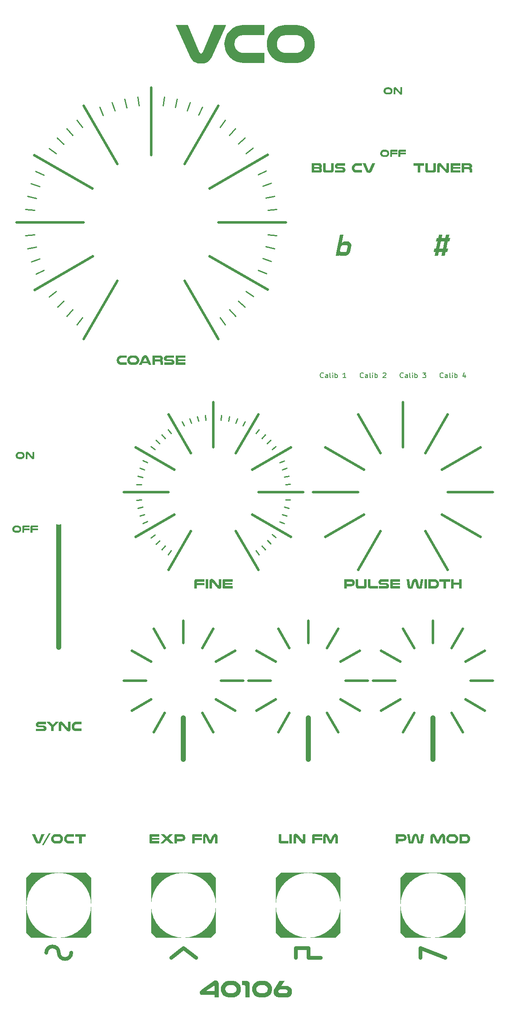
<source format=gto>
G04 #@! TF.GenerationSoftware,KiCad,Pcbnew,8.0.3*
G04 #@! TF.CreationDate,2024-06-29T18:44:12+02:00*
G04 #@! TF.ProjectId,DMH_VCO_40106_PANEL,444d485f-5643-44f5-9f34-303130365f50,1*
G04 #@! TF.SameCoordinates,Original*
G04 #@! TF.FileFunction,Legend,Top*
G04 #@! TF.FilePolarity,Positive*
%FSLAX46Y46*%
G04 Gerber Fmt 4.6, Leading zero omitted, Abs format (unit mm)*
G04 Created by KiCad (PCBNEW 8.0.3) date 2024-06-29 18:44:12*
%MOMM*%
%LPD*%
G01*
G04 APERTURE LIST*
%ADD10C,0.750000*%
%ADD11C,1.000000*%
%ADD12C,0.100000*%
%ADD13C,0.875000*%
%ADD14C,0.150000*%
%ADD15C,0.500000*%
%ADD16C,0.250000*%
%ADD17C,0.000000*%
%ADD18C,2.600000*%
%ADD19C,13.000000*%
%ADD20C,0.500000*%
%ADD21C,12.000000*%
%ADD22C,4.000000*%
%ADD23C,3.100000*%
%ADD24C,2.200000*%
G04 APERTURE END LIST*
D10*
X112500000Y-239250000D02*
X115000000Y-239250000D01*
D11*
X87500000Y-199500000D02*
X87500000Y-191249998D01*
D10*
X60000000Y-238250000D02*
G75*
G02*
X62500000Y-238250000I1250000J0D01*
G01*
X112500000Y-237250000D02*
X112500000Y-239250000D01*
D11*
X62500000Y-177125001D02*
X62500000Y-152500000D01*
D10*
X110000000Y-239250000D02*
X110000000Y-237250000D01*
X135000000Y-237250000D02*
X140000000Y-239250000D01*
D11*
X137500000Y-199500000D02*
X137500000Y-191249998D01*
D10*
X65000000Y-238250000D02*
G75*
G02*
X62500000Y-238250000I-1250000J0D01*
G01*
X110000000Y-237250000D02*
X112500000Y-237250000D01*
X85000000Y-239250000D02*
X87500000Y-237250000D01*
D11*
X112500000Y-199500000D02*
X112500000Y-191249998D01*
D10*
X135000000Y-239250000D02*
X135000000Y-237250000D01*
X87500000Y-237250000D02*
X90000000Y-239250000D01*
D12*
G36*
X119196789Y-96198032D02*
G01*
X119228116Y-96103148D01*
X119280454Y-96018654D01*
X119346266Y-95950858D01*
X119431988Y-95891342D01*
X119531822Y-95854591D01*
X119611025Y-95846322D01*
X120633914Y-95846322D01*
X120940195Y-96022177D01*
X121074528Y-96198032D01*
X121172226Y-96549741D01*
X120879623Y-97956580D01*
X120635868Y-98308290D01*
X120428262Y-98484145D01*
X120048709Y-98660000D01*
X119025819Y-98660000D01*
X118927084Y-98645711D01*
X118841206Y-98597985D01*
X118804047Y-98558394D01*
X118759235Y-98468101D01*
X118750218Y-98362329D01*
X118758129Y-98308290D01*
X118684856Y-98660000D01*
X118000000Y-98660000D01*
X118197835Y-97708277D01*
X118896516Y-97708277D01*
X118922159Y-97807277D01*
X118950593Y-97854975D01*
X119025761Y-97920760D01*
X119121084Y-97953008D01*
X119171877Y-97956580D01*
X119854291Y-97956580D01*
X119955774Y-97942292D01*
X120052861Y-97899427D01*
X120115143Y-97854975D01*
X120188528Y-97778258D01*
X120240094Y-97691844D01*
X120268039Y-97604870D01*
X120414096Y-96901451D01*
X120421125Y-96799602D01*
X120394168Y-96701668D01*
X120364759Y-96654277D01*
X120290391Y-96586594D01*
X120196674Y-96553416D01*
X120146894Y-96549741D01*
X119464480Y-96549741D01*
X119361142Y-96564442D01*
X119270881Y-96603745D01*
X119200209Y-96654277D01*
X119128272Y-96730428D01*
X119077692Y-96815813D01*
X119050244Y-96901451D01*
X118904187Y-97604870D01*
X118896516Y-97708277D01*
X118197835Y-97708277D01*
X118877320Y-94439483D01*
X119562177Y-94439483D01*
X119196789Y-96198032D01*
G37*
G36*
X128744890Y-64945509D02*
G01*
X128822667Y-64955185D01*
X128895266Y-64970923D01*
X128979003Y-64998636D01*
X129055268Y-65034705D01*
X129124405Y-65078508D01*
X129186759Y-65129426D01*
X129199793Y-65141790D01*
X129260131Y-65208547D01*
X129311809Y-65282866D01*
X129354004Y-65363853D01*
X129380381Y-65432839D01*
X129399742Y-65505058D01*
X129411668Y-65580050D01*
X129415736Y-65657356D01*
X129414931Y-65692770D01*
X129406057Y-65779018D01*
X129387838Y-65861511D01*
X129360845Y-65939637D01*
X129325647Y-66012783D01*
X129282816Y-66080338D01*
X129232920Y-66141690D01*
X129194835Y-66180399D01*
X129124562Y-66238032D01*
X129062087Y-66277510D01*
X128993914Y-66310676D01*
X128919919Y-66337144D01*
X128839978Y-66356528D01*
X128753966Y-66368442D01*
X128661759Y-66372500D01*
X128363538Y-66372500D01*
X128316652Y-66371477D01*
X128227558Y-66363443D01*
X128144597Y-66347746D01*
X128067645Y-66324771D01*
X127996577Y-66294906D01*
X127931268Y-66258536D01*
X127857541Y-66204515D01*
X127792376Y-66141690D01*
X127771607Y-66117933D01*
X127724468Y-66054026D01*
X127684622Y-65984161D01*
X127652638Y-65908950D01*
X127629086Y-65829003D01*
X127614537Y-65744935D01*
X127609685Y-65659555D01*
X127989846Y-65659555D01*
X127990234Y-65675891D01*
X128003274Y-65754506D01*
X128033192Y-65826036D01*
X128077774Y-65887800D01*
X128136607Y-65939065D01*
X128202096Y-65972492D01*
X128281504Y-65992880D01*
X128363538Y-65998808D01*
X128661759Y-65998808D01*
X128743792Y-65992880D01*
X128823200Y-65972492D01*
X128888689Y-65939065D01*
X128947523Y-65887800D01*
X128957506Y-65876357D01*
X128999332Y-65812426D01*
X129026052Y-65739264D01*
X129035450Y-65659555D01*
X129032605Y-65615123D01*
X129013896Y-65539107D01*
X128979298Y-65470556D01*
X128930670Y-65412259D01*
X128881028Y-65373338D01*
X128813219Y-65340831D01*
X128739272Y-65323519D01*
X128661759Y-65318469D01*
X128363538Y-65318469D01*
X128306884Y-65321069D01*
X128229347Y-65335420D01*
X128158280Y-65365018D01*
X128094627Y-65412259D01*
X128066112Y-65443215D01*
X128025079Y-65507552D01*
X127998989Y-65580595D01*
X127989846Y-65659555D01*
X127609685Y-65659555D01*
X127609560Y-65657356D01*
X127609818Y-65637838D01*
X127615890Y-65561067D01*
X127629714Y-65486725D01*
X127650869Y-65415271D01*
X127678934Y-65347165D01*
X127723091Y-65267440D01*
X127776567Y-65194561D01*
X127838538Y-65129426D01*
X127900892Y-65078508D01*
X127970029Y-65034705D01*
X128046294Y-64998636D01*
X128130030Y-64970923D01*
X128202630Y-64955185D01*
X128280407Y-64945509D01*
X128363538Y-64942213D01*
X128661759Y-64942213D01*
X128744890Y-64945509D01*
G37*
G36*
X131359665Y-64942213D02*
G01*
X130987805Y-64942213D01*
X130987805Y-65866917D01*
X130958496Y-65905019D01*
X130922592Y-65888166D01*
X130229798Y-65052489D01*
X130171911Y-64996911D01*
X130102872Y-64953065D01*
X130025823Y-64927865D01*
X129947782Y-64919193D01*
X129923151Y-64918766D01*
X129837697Y-64925650D01*
X129761933Y-64947218D01*
X129697822Y-64984846D01*
X129647326Y-65039910D01*
X129612406Y-65113783D01*
X129597004Y-65187349D01*
X129593423Y-65251425D01*
X129593423Y-66372500D01*
X129967114Y-66372500D01*
X129967114Y-65409328D01*
X130002652Y-65369028D01*
X130036357Y-65388079D01*
X130815614Y-66290800D01*
X130877878Y-66342213D01*
X130952052Y-66376255D01*
X131028616Y-66392365D01*
X131092952Y-66395947D01*
X131168990Y-66386181D01*
X131238200Y-66355993D01*
X131295913Y-66304051D01*
X131337466Y-66229022D01*
X131356381Y-66147900D01*
X131359665Y-66090765D01*
X131359665Y-64942213D01*
G37*
G36*
X54994890Y-137945509D02*
G01*
X55072667Y-137955185D01*
X55145266Y-137970923D01*
X55229003Y-137998636D01*
X55305268Y-138034705D01*
X55374405Y-138078508D01*
X55436759Y-138129426D01*
X55449793Y-138141790D01*
X55510131Y-138208547D01*
X55561809Y-138282866D01*
X55604004Y-138363853D01*
X55630381Y-138432839D01*
X55649742Y-138505058D01*
X55661668Y-138580050D01*
X55665736Y-138657356D01*
X55664931Y-138692770D01*
X55656057Y-138779018D01*
X55637838Y-138861511D01*
X55610845Y-138939637D01*
X55575647Y-139012783D01*
X55532816Y-139080338D01*
X55482920Y-139141690D01*
X55444835Y-139180399D01*
X55374562Y-139238032D01*
X55312087Y-139277510D01*
X55243914Y-139310676D01*
X55169919Y-139337144D01*
X55089978Y-139356528D01*
X55003966Y-139368442D01*
X54911759Y-139372500D01*
X54613538Y-139372500D01*
X54566652Y-139371477D01*
X54477558Y-139363443D01*
X54394597Y-139347746D01*
X54317645Y-139324771D01*
X54246577Y-139294906D01*
X54181268Y-139258536D01*
X54107541Y-139204515D01*
X54042376Y-139141690D01*
X54021607Y-139117933D01*
X53974468Y-139054026D01*
X53934622Y-138984161D01*
X53902638Y-138908950D01*
X53879086Y-138829003D01*
X53864537Y-138744935D01*
X53859685Y-138659555D01*
X54239846Y-138659555D01*
X54240234Y-138675891D01*
X54253274Y-138754506D01*
X54283192Y-138826036D01*
X54327774Y-138887800D01*
X54386607Y-138939065D01*
X54452096Y-138972492D01*
X54531504Y-138992880D01*
X54613538Y-138998808D01*
X54911759Y-138998808D01*
X54993792Y-138992880D01*
X55073200Y-138972492D01*
X55138689Y-138939065D01*
X55197523Y-138887800D01*
X55207506Y-138876357D01*
X55249332Y-138812426D01*
X55276052Y-138739264D01*
X55285450Y-138659555D01*
X55282605Y-138615123D01*
X55263896Y-138539107D01*
X55229298Y-138470556D01*
X55180670Y-138412259D01*
X55131028Y-138373338D01*
X55063219Y-138340831D01*
X54989272Y-138323519D01*
X54911759Y-138318469D01*
X54613538Y-138318469D01*
X54556884Y-138321069D01*
X54479347Y-138335420D01*
X54408280Y-138365018D01*
X54344627Y-138412259D01*
X54316112Y-138443215D01*
X54275079Y-138507552D01*
X54248989Y-138580595D01*
X54239846Y-138659555D01*
X53859685Y-138659555D01*
X53859560Y-138657356D01*
X53859818Y-138637838D01*
X53865890Y-138561067D01*
X53879714Y-138486725D01*
X53900869Y-138415271D01*
X53928934Y-138347165D01*
X53973091Y-138267440D01*
X54026567Y-138194561D01*
X54088538Y-138129426D01*
X54150892Y-138078508D01*
X54220029Y-138034705D01*
X54296294Y-137998636D01*
X54380030Y-137970923D01*
X54452630Y-137955185D01*
X54530407Y-137945509D01*
X54613538Y-137942213D01*
X54911759Y-137942213D01*
X54994890Y-137945509D01*
G37*
G36*
X57609665Y-137942213D02*
G01*
X57237805Y-137942213D01*
X57237805Y-138866917D01*
X57208496Y-138905019D01*
X57172592Y-138888166D01*
X56479798Y-138052489D01*
X56421911Y-137996911D01*
X56352872Y-137953065D01*
X56275823Y-137927865D01*
X56197782Y-137919193D01*
X56173151Y-137918766D01*
X56087697Y-137925650D01*
X56011933Y-137947218D01*
X55947822Y-137984846D01*
X55897326Y-138039910D01*
X55862406Y-138113783D01*
X55847004Y-138187349D01*
X55843423Y-138251425D01*
X55843423Y-139372500D01*
X56217114Y-139372500D01*
X56217114Y-138409328D01*
X56252652Y-138369028D01*
X56286357Y-138388079D01*
X57065614Y-139290800D01*
X57127878Y-139342213D01*
X57202052Y-139376255D01*
X57278616Y-139392365D01*
X57342952Y-139395947D01*
X57418990Y-139386181D01*
X57488200Y-139355993D01*
X57545913Y-139304051D01*
X57587466Y-139229022D01*
X57606381Y-139147900D01*
X57609665Y-139090765D01*
X57609665Y-137942213D01*
G37*
G36*
X128071512Y-77445509D02*
G01*
X128149289Y-77455185D01*
X128221888Y-77470923D01*
X128305625Y-77498636D01*
X128381890Y-77534705D01*
X128451027Y-77578508D01*
X128513381Y-77629426D01*
X128526415Y-77641790D01*
X128586753Y-77708547D01*
X128638431Y-77782866D01*
X128680626Y-77863853D01*
X128707003Y-77932839D01*
X128726364Y-78005058D01*
X128738290Y-78080050D01*
X128742358Y-78157356D01*
X128741553Y-78192770D01*
X128732679Y-78279018D01*
X128714460Y-78361511D01*
X128687467Y-78439637D01*
X128652269Y-78512783D01*
X128609438Y-78580338D01*
X128559542Y-78641690D01*
X128521457Y-78680399D01*
X128451184Y-78738032D01*
X128388709Y-78777510D01*
X128320536Y-78810676D01*
X128246541Y-78837144D01*
X128166600Y-78856528D01*
X128080588Y-78868442D01*
X127988381Y-78872500D01*
X127690160Y-78872500D01*
X127643274Y-78871477D01*
X127554180Y-78863443D01*
X127471219Y-78847746D01*
X127394267Y-78824771D01*
X127323199Y-78794906D01*
X127257890Y-78758536D01*
X127184163Y-78704515D01*
X127118998Y-78641690D01*
X127098229Y-78617933D01*
X127051090Y-78554026D01*
X127011244Y-78484161D01*
X126979260Y-78408950D01*
X126955708Y-78329003D01*
X126941159Y-78244935D01*
X126936307Y-78159555D01*
X127316468Y-78159555D01*
X127316856Y-78175891D01*
X127329896Y-78254506D01*
X127359814Y-78326036D01*
X127404396Y-78387800D01*
X127463229Y-78439065D01*
X127528718Y-78472492D01*
X127608126Y-78492880D01*
X127690160Y-78498808D01*
X127988381Y-78498808D01*
X128070414Y-78492880D01*
X128149822Y-78472492D01*
X128215311Y-78439065D01*
X128274145Y-78387800D01*
X128284128Y-78376357D01*
X128325954Y-78312426D01*
X128352674Y-78239264D01*
X128362072Y-78159555D01*
X128359227Y-78115123D01*
X128340518Y-78039107D01*
X128305920Y-77970556D01*
X128257292Y-77912259D01*
X128207650Y-77873338D01*
X128139841Y-77840831D01*
X128065894Y-77823519D01*
X127988381Y-77818469D01*
X127690160Y-77818469D01*
X127633506Y-77821069D01*
X127555969Y-77835420D01*
X127484902Y-77865018D01*
X127421249Y-77912259D01*
X127392734Y-77943215D01*
X127351701Y-78007552D01*
X127325611Y-78080595D01*
X127316468Y-78159555D01*
X126936307Y-78159555D01*
X126936182Y-78157356D01*
X126936440Y-78137838D01*
X126942512Y-78061067D01*
X126956336Y-77986725D01*
X126977491Y-77915271D01*
X127005556Y-77847165D01*
X127049713Y-77767440D01*
X127103189Y-77694561D01*
X127165160Y-77629426D01*
X127227514Y-77578508D01*
X127296651Y-77534705D01*
X127372916Y-77498636D01*
X127456652Y-77470923D01*
X127529252Y-77455185D01*
X127607029Y-77445509D01*
X127690160Y-77442213D01*
X127988381Y-77442213D01*
X128071512Y-77445509D01*
G37*
G36*
X129178332Y-77442213D02*
G01*
X129104654Y-77448414D01*
X129032594Y-77472397D01*
X128971161Y-77523567D01*
X128934217Y-77600174D01*
X128922129Y-77686447D01*
X128921877Y-77702698D01*
X128921877Y-78872500D01*
X129302163Y-78872500D01*
X129302163Y-78381571D01*
X130408949Y-78381571D01*
X130408949Y-78028396D01*
X129302163Y-78028396D01*
X129302163Y-77879652D01*
X129346902Y-77819415D01*
X129360781Y-77818469D01*
X130415177Y-77818469D01*
X130415177Y-77442213D01*
X129178332Y-77442213D01*
G37*
G36*
X130837229Y-77442213D02*
G01*
X130763552Y-77448414D01*
X130691491Y-77472397D01*
X130630058Y-77523567D01*
X130593114Y-77600174D01*
X130581026Y-77686447D01*
X130580774Y-77702698D01*
X130580774Y-78872500D01*
X130961060Y-78872500D01*
X130961060Y-78381571D01*
X132067847Y-78381571D01*
X132067847Y-78028396D01*
X130961060Y-78028396D01*
X130961060Y-77879652D01*
X131005800Y-77819415D01*
X131019679Y-77818469D01*
X132074075Y-77818469D01*
X132074075Y-77442213D01*
X130837229Y-77442213D01*
G37*
D13*
G36*
X94073248Y-243825618D02*
G01*
X94244939Y-243881624D01*
X94396458Y-243985700D01*
X94446678Y-244040683D01*
X94534517Y-244201977D01*
X94577120Y-244384585D01*
X94587945Y-244564434D01*
X94587945Y-247202501D01*
X93695482Y-247202501D01*
X93695482Y-246718655D01*
X91387387Y-246718655D01*
X91215682Y-246707155D01*
X91036266Y-246656583D01*
X90892428Y-246551960D01*
X90870253Y-246524868D01*
X90793123Y-246365762D01*
X90770185Y-246189503D01*
X90792304Y-246039370D01*
X90870076Y-245891161D01*
X92127687Y-245891161D01*
X92181542Y-245944161D01*
X93695482Y-245944161D01*
X93695482Y-244928600D01*
X93621964Y-244832002D01*
X93544173Y-244861066D01*
X92161881Y-245837305D01*
X92127687Y-245891161D01*
X90870076Y-245891161D01*
X90872767Y-245886032D01*
X90953871Y-245797661D01*
X91093318Y-245686852D01*
X93450994Y-243976297D01*
X93570473Y-243899173D01*
X93738546Y-243830922D01*
X93911759Y-243810456D01*
X94073248Y-243825618D01*
G37*
G36*
X97450514Y-243872857D02*
G01*
X97631879Y-243895433D01*
X97801262Y-243932155D01*
X97996724Y-243996820D01*
X98174802Y-244080980D01*
X98336242Y-244183187D01*
X98481786Y-244301995D01*
X98512198Y-244330845D01*
X98652910Y-244486610D01*
X98773336Y-244660023D01*
X98871598Y-244848992D01*
X98932987Y-245009959D01*
X98978027Y-245178470D01*
X99005756Y-245353452D01*
X99015213Y-245533833D01*
X99013334Y-245616465D01*
X98992637Y-245817710D01*
X98950162Y-246010194D01*
X98887261Y-246192487D01*
X98805284Y-246363162D01*
X98705579Y-246520791D01*
X98589498Y-246663945D01*
X98500414Y-246754267D01*
X98336181Y-246888744D01*
X98190284Y-246980857D01*
X98031174Y-247058245D01*
X97858559Y-247120004D01*
X97672150Y-247165234D01*
X97471656Y-247193034D01*
X97256786Y-247202501D01*
X96751570Y-247202501D01*
X96642170Y-247200115D01*
X96434284Y-247181369D01*
X96240709Y-247144742D01*
X96061153Y-247091134D01*
X95895327Y-247021448D01*
X95742939Y-246936585D01*
X95570911Y-246810537D01*
X95418859Y-246663945D01*
X95370397Y-246608512D01*
X95260408Y-246459397D01*
X95167433Y-246296378D01*
X95092803Y-246120884D01*
X95037849Y-245934343D01*
X95003901Y-245738183D01*
X94992580Y-245538962D01*
X95879623Y-245538962D01*
X95880528Y-245577082D01*
X95910954Y-245760516D01*
X95980762Y-245927420D01*
X96084787Y-246071534D01*
X96222066Y-246191154D01*
X96374873Y-246269150D01*
X96560158Y-246316721D01*
X96751570Y-246330554D01*
X97256786Y-246330554D01*
X97447847Y-246316721D01*
X97633056Y-246269150D01*
X97785828Y-246191154D01*
X97922715Y-246071534D01*
X97946019Y-246044835D01*
X98043875Y-245895662D01*
X98106606Y-245724951D01*
X98128733Y-245538962D01*
X98122039Y-245435289D01*
X98078092Y-245257917D01*
X97997021Y-245097965D01*
X97883392Y-244961939D01*
X97767573Y-244871124D01*
X97609468Y-244795274D01*
X97437205Y-244754879D01*
X97256786Y-244743097D01*
X96751570Y-244743097D01*
X96619378Y-244749162D01*
X96438458Y-244782649D01*
X96272635Y-244851711D01*
X96124110Y-244961939D01*
X96057576Y-245034169D01*
X95961832Y-245184290D01*
X95900955Y-245354723D01*
X95879623Y-245538962D01*
X94992580Y-245538962D01*
X94992289Y-245533833D01*
X94992890Y-245488290D01*
X95007059Y-245309158D01*
X95039314Y-245135693D01*
X95088676Y-244968968D01*
X95154160Y-244810054D01*
X95257194Y-244624029D01*
X95381970Y-244453978D01*
X95526570Y-244301995D01*
X95672062Y-244183187D01*
X95833382Y-244080980D01*
X96011334Y-243996820D01*
X96206719Y-243932155D01*
X96376117Y-243895433D01*
X96557598Y-243872857D01*
X96751570Y-243865166D01*
X97256786Y-243865166D01*
X97450514Y-243872857D01*
G37*
G36*
X99228925Y-243865166D02*
G01*
X99228925Y-244743097D01*
X99772610Y-244743097D01*
X99899519Y-244864390D01*
X99899983Y-244881583D01*
X99899983Y-247202501D01*
X100782188Y-247202501D01*
X100782188Y-244747371D01*
X100772350Y-244532260D01*
X100741155Y-244349145D01*
X100668280Y-244163690D01*
X100553159Y-244024638D01*
X100390860Y-243929993D01*
X100223740Y-243884908D01*
X100020746Y-243865945D01*
X99964096Y-243865166D01*
X99228925Y-243865166D01*
G37*
G36*
X103694338Y-243872857D02*
G01*
X103875703Y-243895433D01*
X104045087Y-243932155D01*
X104240548Y-243996820D01*
X104418626Y-244080980D01*
X104580066Y-244183187D01*
X104725611Y-244301995D01*
X104756022Y-244330845D01*
X104896734Y-244486610D01*
X105017160Y-244660023D01*
X105115422Y-244848992D01*
X105176811Y-245009959D01*
X105221851Y-245178470D01*
X105249580Y-245353452D01*
X105259037Y-245533833D01*
X105257158Y-245616465D01*
X105236461Y-245817710D01*
X105193987Y-246010194D01*
X105131086Y-246192487D01*
X105049108Y-246363162D01*
X104949403Y-246520791D01*
X104833322Y-246663945D01*
X104744238Y-246754267D01*
X104580006Y-246888744D01*
X104434108Y-246980857D01*
X104274998Y-247058245D01*
X104102383Y-247120004D01*
X103915974Y-247165234D01*
X103715480Y-247193034D01*
X103500611Y-247202501D01*
X102995394Y-247202501D01*
X102885994Y-247200115D01*
X102678108Y-247181369D01*
X102484533Y-247144742D01*
X102304977Y-247091134D01*
X102139151Y-247021448D01*
X101986763Y-246936585D01*
X101814735Y-246810537D01*
X101662683Y-246663945D01*
X101614221Y-246608512D01*
X101504232Y-246459397D01*
X101411257Y-246296378D01*
X101336627Y-246120884D01*
X101281673Y-245934343D01*
X101247725Y-245738183D01*
X101236404Y-245538962D01*
X102123447Y-245538962D01*
X102124352Y-245577082D01*
X102154778Y-245760516D01*
X102224586Y-245927420D01*
X102328611Y-246071534D01*
X102465890Y-246191154D01*
X102618697Y-246269150D01*
X102803982Y-246316721D01*
X102995394Y-246330554D01*
X103500611Y-246330554D01*
X103691672Y-246316721D01*
X103876881Y-246269150D01*
X104029652Y-246191154D01*
X104166539Y-246071534D01*
X104189843Y-246044835D01*
X104287699Y-245895662D01*
X104350430Y-245724951D01*
X104372558Y-245538962D01*
X104365863Y-245435289D01*
X104321916Y-245257917D01*
X104240845Y-245097965D01*
X104127216Y-244961939D01*
X104011397Y-244871124D01*
X103853292Y-244795274D01*
X103681029Y-244754879D01*
X103500611Y-244743097D01*
X102995394Y-244743097D01*
X102863202Y-244749162D01*
X102682283Y-244782649D01*
X102516459Y-244851711D01*
X102367934Y-244961939D01*
X102301400Y-245034169D01*
X102205656Y-245184290D01*
X102144779Y-245354723D01*
X102123447Y-245538962D01*
X101236404Y-245538962D01*
X101236113Y-245533833D01*
X101236714Y-245488290D01*
X101250883Y-245309158D01*
X101283139Y-245135693D01*
X101332500Y-244968968D01*
X101397984Y-244810054D01*
X101501018Y-244624029D01*
X101625794Y-244453978D01*
X101770394Y-244301995D01*
X101915886Y-244183187D01*
X102077206Y-244080980D01*
X102255158Y-243996820D01*
X102450543Y-243932155D01*
X102619942Y-243895433D01*
X102801422Y-243872857D01*
X102995394Y-243865166D01*
X103500611Y-243865166D01*
X103694338Y-243872857D01*
G37*
G36*
X107742361Y-243975072D02*
G01*
X107648343Y-244123331D01*
X107108932Y-244896115D01*
X107094400Y-244930309D01*
X107108932Y-244949971D01*
X107250130Y-244925664D01*
X107427127Y-244909621D01*
X107609020Y-244905519D01*
X108050122Y-244905519D01*
X108164015Y-244909233D01*
X108339970Y-244931338D01*
X108529200Y-244982412D01*
X108695801Y-245057997D01*
X108841124Y-245155695D01*
X108966521Y-245273104D01*
X109032882Y-245353592D01*
X109131044Y-245508734D01*
X109204217Y-245679438D01*
X109249932Y-245862644D01*
X109265719Y-246055292D01*
X109250412Y-246246177D01*
X109206093Y-246427045D01*
X109135167Y-246594929D01*
X109040038Y-246746865D01*
X108936787Y-246868333D01*
X108788504Y-246993240D01*
X108612954Y-247092107D01*
X108445320Y-247152093D01*
X108257847Y-247189563D01*
X108050122Y-247202501D01*
X106810590Y-247202501D01*
X106683091Y-247198701D01*
X106491584Y-247176134D01*
X106324025Y-247134595D01*
X106150848Y-247061856D01*
X106003789Y-246966633D01*
X105859142Y-246830641D01*
X105794290Y-246752165D01*
X105697131Y-246600550D01*
X105623610Y-246432506D01*
X105577057Y-246250073D01*
X105560799Y-246055292D01*
X105562515Y-245986049D01*
X106506263Y-245986049D01*
X106520463Y-246089823D01*
X106604571Y-246239939D01*
X106745806Y-246331046D01*
X106918301Y-246355344D01*
X107962073Y-246355344D01*
X108123703Y-246334287D01*
X108275803Y-246239939D01*
X108334437Y-246154197D01*
X108373255Y-245986049D01*
X108368741Y-245923271D01*
X108299738Y-245761223D01*
X108279578Y-245736898D01*
X108135495Y-245641977D01*
X107962073Y-245615899D01*
X106918301Y-245615899D01*
X106902858Y-245616061D01*
X106722678Y-245650325D01*
X106579780Y-245761223D01*
X106544366Y-245816075D01*
X106506263Y-245986049D01*
X105562515Y-245986049D01*
X105562521Y-245985811D01*
X105585863Y-245804479D01*
X105641302Y-245621023D01*
X105720929Y-245450944D01*
X105815544Y-245292766D01*
X106663555Y-243979716D01*
X106717411Y-243865166D01*
X107790248Y-243865166D01*
X107742361Y-243975072D01*
G37*
D12*
G36*
X54321512Y-152695509D02*
G01*
X54399289Y-152705185D01*
X54471888Y-152720923D01*
X54555625Y-152748636D01*
X54631890Y-152784705D01*
X54701027Y-152828508D01*
X54763381Y-152879426D01*
X54776415Y-152891790D01*
X54836753Y-152958547D01*
X54888431Y-153032866D01*
X54930626Y-153113853D01*
X54957003Y-153182839D01*
X54976364Y-153255058D01*
X54988290Y-153330050D01*
X54992358Y-153407356D01*
X54991553Y-153442770D01*
X54982679Y-153529018D01*
X54964460Y-153611511D01*
X54937467Y-153689637D01*
X54902269Y-153762783D01*
X54859438Y-153830338D01*
X54809542Y-153891690D01*
X54771457Y-153930399D01*
X54701184Y-153988032D01*
X54638709Y-154027510D01*
X54570536Y-154060676D01*
X54496541Y-154087144D01*
X54416600Y-154106528D01*
X54330588Y-154118442D01*
X54238381Y-154122500D01*
X53940160Y-154122500D01*
X53893274Y-154121477D01*
X53804180Y-154113443D01*
X53721219Y-154097746D01*
X53644267Y-154074771D01*
X53573199Y-154044906D01*
X53507890Y-154008536D01*
X53434163Y-153954515D01*
X53368998Y-153891690D01*
X53348229Y-153867933D01*
X53301090Y-153804026D01*
X53261244Y-153734161D01*
X53229260Y-153658950D01*
X53205708Y-153579003D01*
X53191159Y-153494935D01*
X53186307Y-153409555D01*
X53566468Y-153409555D01*
X53566856Y-153425891D01*
X53579896Y-153504506D01*
X53609814Y-153576036D01*
X53654396Y-153637800D01*
X53713229Y-153689065D01*
X53778718Y-153722492D01*
X53858126Y-153742880D01*
X53940160Y-153748808D01*
X54238381Y-153748808D01*
X54320414Y-153742880D01*
X54399822Y-153722492D01*
X54465311Y-153689065D01*
X54524145Y-153637800D01*
X54534128Y-153626357D01*
X54575954Y-153562426D01*
X54602674Y-153489264D01*
X54612072Y-153409555D01*
X54609227Y-153365123D01*
X54590518Y-153289107D01*
X54555920Y-153220556D01*
X54507292Y-153162259D01*
X54457650Y-153123338D01*
X54389841Y-153090831D01*
X54315894Y-153073519D01*
X54238381Y-153068469D01*
X53940160Y-153068469D01*
X53883506Y-153071069D01*
X53805969Y-153085420D01*
X53734902Y-153115018D01*
X53671249Y-153162259D01*
X53642734Y-153193215D01*
X53601701Y-153257552D01*
X53575611Y-153330595D01*
X53566468Y-153409555D01*
X53186307Y-153409555D01*
X53186182Y-153407356D01*
X53186440Y-153387838D01*
X53192512Y-153311067D01*
X53206336Y-153236725D01*
X53227491Y-153165271D01*
X53255556Y-153097165D01*
X53299713Y-153017440D01*
X53353189Y-152944561D01*
X53415160Y-152879426D01*
X53477514Y-152828508D01*
X53546651Y-152784705D01*
X53622916Y-152748636D01*
X53706652Y-152720923D01*
X53779252Y-152705185D01*
X53857029Y-152695509D01*
X53940160Y-152692213D01*
X54238381Y-152692213D01*
X54321512Y-152695509D01*
G37*
G36*
X55428332Y-152692213D02*
G01*
X55354654Y-152698414D01*
X55282594Y-152722397D01*
X55221161Y-152773567D01*
X55184217Y-152850174D01*
X55172129Y-152936447D01*
X55171877Y-152952698D01*
X55171877Y-154122500D01*
X55552163Y-154122500D01*
X55552163Y-153631571D01*
X56658949Y-153631571D01*
X56658949Y-153278396D01*
X55552163Y-153278396D01*
X55552163Y-153129652D01*
X55596902Y-153069415D01*
X55610781Y-153068469D01*
X56665177Y-153068469D01*
X56665177Y-152692213D01*
X55428332Y-152692213D01*
G37*
G36*
X57087229Y-152692213D02*
G01*
X57013552Y-152698414D01*
X56941491Y-152722397D01*
X56880058Y-152773567D01*
X56843114Y-152850174D01*
X56831026Y-152936447D01*
X56830774Y-152952698D01*
X56830774Y-154122500D01*
X57211060Y-154122500D01*
X57211060Y-153631571D01*
X58317847Y-153631571D01*
X58317847Y-153278396D01*
X57211060Y-153278396D01*
X57211060Y-153129652D01*
X57255800Y-153069415D01*
X57269679Y-153068469D01*
X58324075Y-153068469D01*
X58324075Y-152692213D01*
X57087229Y-152692213D01*
G37*
G36*
X139252198Y-95142903D02*
G01*
X139943893Y-95142903D01*
X140089951Y-94439483D01*
X140774319Y-94439483D01*
X140628262Y-95142903D01*
X140983391Y-95142903D01*
X140837334Y-95846322D01*
X140482205Y-95846322D01*
X140189602Y-97253161D01*
X140544731Y-97253161D01*
X140398185Y-97956580D01*
X140043056Y-97956580D01*
X139896999Y-98660000D01*
X139212630Y-98660000D01*
X139358688Y-97956580D01*
X138666992Y-97956580D01*
X138520935Y-98660000D01*
X137836566Y-98660000D01*
X137982623Y-97956580D01*
X137646057Y-97956580D01*
X137792602Y-97253161D01*
X138129169Y-97253161D01*
X138813538Y-97253161D01*
X139505233Y-97253161D01*
X139797836Y-95846322D01*
X139106140Y-95846322D01*
X138813538Y-97253161D01*
X138129169Y-97253161D01*
X138421772Y-95846322D01*
X138085205Y-95846322D01*
X138231263Y-95142903D01*
X138567829Y-95142903D01*
X138713886Y-94439483D01*
X139398255Y-94439483D01*
X139252198Y-95142903D01*
G37*
D14*
G36*
X88823448Y-58801891D02*
G01*
X89043887Y-59208240D01*
X89307089Y-59543203D01*
X89614888Y-59807810D01*
X89969118Y-60003088D01*
X90371612Y-60130067D01*
X90824204Y-60189774D01*
X91019679Y-60195052D01*
X91495315Y-60161965D01*
X91916747Y-60062018D01*
X92287017Y-59894183D01*
X92609166Y-59657431D01*
X92886235Y-59350734D01*
X93121265Y-58973062D01*
X93204187Y-58801891D01*
X95914306Y-52779839D01*
X96037404Y-52441807D01*
X93673134Y-52441807D01*
X93583252Y-52711451D01*
X91344034Y-57959741D01*
X91029449Y-58196168D01*
X90705095Y-57959741D01*
X88442429Y-52711451D01*
X88364271Y-52441807D01*
X85966783Y-52441807D01*
X86089882Y-52779839D01*
X88823448Y-58801891D01*
G37*
G36*
X103690998Y-58076978D02*
G01*
X99726448Y-58076978D01*
X99288935Y-58045361D01*
X98865426Y-57936626D01*
X98516152Y-57758351D01*
X98202373Y-57484933D01*
X97964601Y-57155530D01*
X97805039Y-56774034D01*
X97735495Y-56354757D01*
X97733427Y-56267627D01*
X97782186Y-55846507D01*
X97921333Y-55456947D01*
X98140175Y-55113813D01*
X98292254Y-54948715D01*
X98631740Y-54696766D01*
X99010764Y-54538911D01*
X99424295Y-54462369D01*
X99726448Y-54448506D01*
X103690998Y-54448506D01*
X103690998Y-52441807D01*
X99726448Y-52441807D01*
X99283083Y-52459385D01*
X98868271Y-52510989D01*
X98481073Y-52594924D01*
X98034479Y-52742729D01*
X97627733Y-52935094D01*
X97259001Y-53168712D01*
X96926448Y-53440272D01*
X96595934Y-53787663D01*
X96310732Y-54176351D01*
X96075226Y-54601551D01*
X95925546Y-54964782D01*
X95812721Y-55345869D01*
X95738993Y-55742360D01*
X95706608Y-56151805D01*
X95705234Y-56255903D01*
X95731775Y-56722989D01*
X95809371Y-57171354D01*
X95934981Y-57597733D01*
X96105563Y-57998862D01*
X96318077Y-58371476D01*
X96569482Y-58712311D01*
X96680252Y-58839016D01*
X97027798Y-59174083D01*
X97421006Y-59462193D01*
X97769320Y-59656165D01*
X98148352Y-59815448D01*
X98558765Y-59937980D01*
X99001223Y-60021700D01*
X99476391Y-60064547D01*
X99726448Y-60070000D01*
X103690998Y-60070000D01*
X103690998Y-58076978D01*
G37*
G36*
X110256067Y-52459385D02*
G01*
X110670879Y-52510989D01*
X111058076Y-52594924D01*
X111504670Y-52742729D01*
X111911416Y-52935094D01*
X112280149Y-53168712D01*
X112612701Y-53440272D01*
X112682218Y-53506217D01*
X113004021Y-53862250D01*
X113279634Y-54258623D01*
X113504676Y-54690551D01*
X113645352Y-55058476D01*
X113748613Y-55443643D01*
X113812216Y-55843602D01*
X113833915Y-56255903D01*
X113829620Y-56444775D01*
X113782292Y-56904764D01*
X113685126Y-57344726D01*
X113541162Y-57761397D01*
X113353442Y-58151512D01*
X113125007Y-58511807D01*
X112858898Y-58839016D01*
X112655777Y-59045466D01*
X112280989Y-59352841D01*
X111947784Y-59563386D01*
X111584194Y-59740272D01*
X111189555Y-59881436D01*
X110763203Y-59984820D01*
X110304472Y-60048361D01*
X109812701Y-60070000D01*
X108222192Y-60070000D01*
X107972134Y-60064547D01*
X107496966Y-60021700D01*
X107054508Y-59937980D01*
X106644095Y-59815448D01*
X106265064Y-59656165D01*
X105916749Y-59462193D01*
X105523541Y-59174083D01*
X105175995Y-58839016D01*
X105065225Y-58712311D01*
X104813821Y-58371476D01*
X104601307Y-57998862D01*
X104430724Y-57597733D01*
X104305114Y-57171354D01*
X104227518Y-56722989D01*
X104201643Y-56267627D01*
X106229170Y-56267627D01*
X106231238Y-56354757D01*
X106300783Y-56774034D01*
X106460344Y-57155530D01*
X106698116Y-57484933D01*
X107011895Y-57758351D01*
X107361169Y-57936626D01*
X107784678Y-58045361D01*
X108222192Y-58076978D01*
X109812701Y-58076978D01*
X110250215Y-58045361D01*
X110673723Y-57936626D01*
X111022997Y-57758351D01*
X111336776Y-57484933D01*
X111390021Y-57423907D01*
X111613095Y-57082940D01*
X111755598Y-56692743D01*
X111805723Y-56267627D01*
X111790550Y-56030659D01*
X111690765Y-55625237D01*
X111506243Y-55259634D01*
X111246895Y-54948715D01*
X110982136Y-54741140D01*
X110620491Y-54567767D01*
X110226108Y-54475437D01*
X109812701Y-54448506D01*
X108222192Y-54448506D01*
X107920038Y-54462369D01*
X107506508Y-54538911D01*
X107127483Y-54696766D01*
X106787998Y-54948715D01*
X106635919Y-55113813D01*
X106417076Y-55456947D01*
X106277929Y-55846507D01*
X106229170Y-56267627D01*
X104201643Y-56267627D01*
X104200977Y-56255903D01*
X104202351Y-56151805D01*
X104234737Y-55742360D01*
X104308464Y-55345869D01*
X104421289Y-54964782D01*
X104570969Y-54601551D01*
X104806475Y-54176351D01*
X105091677Y-53787663D01*
X105422192Y-53440272D01*
X105754744Y-53168712D01*
X106123476Y-52935094D01*
X106530223Y-52742729D01*
X106976816Y-52594924D01*
X107364014Y-52510989D01*
X107778826Y-52459385D01*
X108222192Y-52441807D01*
X109812701Y-52441807D01*
X110256067Y-52459385D01*
G37*
G36*
X133592254Y-80122951D02*
G01*
X133592254Y-80624626D01*
X134424145Y-80624626D01*
X134424145Y-82030000D01*
X134933636Y-82030000D01*
X134933636Y-80624626D01*
X135762596Y-80624626D01*
X135762596Y-80122951D01*
X133592254Y-80122951D01*
G37*
G36*
X137461549Y-82030000D02*
G01*
X137587847Y-82025158D01*
X137699445Y-82010435D01*
X137796839Y-81985530D01*
X137905463Y-81935967D01*
X137990900Y-81867062D01*
X138054330Y-81778104D01*
X138096932Y-81668383D01*
X138115923Y-81572040D01*
X138124360Y-81463320D01*
X138124913Y-81424277D01*
X138124913Y-80122951D01*
X137615422Y-80122951D01*
X137615422Y-81367613D01*
X137593484Y-81470353D01*
X137510321Y-81535156D01*
X137427844Y-81545910D01*
X136640893Y-81545910D01*
X136542788Y-81528466D01*
X136472323Y-81453731D01*
X136458688Y-81367613D01*
X136458688Y-80122951D01*
X135949197Y-80122951D01*
X135949197Y-81424277D01*
X135954227Y-81537190D01*
X135969648Y-81637626D01*
X136007238Y-81752648D01*
X136065376Y-81846730D01*
X136145247Y-81920582D01*
X136248036Y-81974914D01*
X136374927Y-82010435D01*
X136486626Y-82025158D01*
X136613049Y-82030000D01*
X137461549Y-82030000D01*
G37*
G36*
X140742707Y-80122951D02*
G01*
X140246894Y-80122951D01*
X140246894Y-81355889D01*
X140207816Y-81406692D01*
X140159944Y-81384221D01*
X139236218Y-80269986D01*
X139159035Y-80195882D01*
X139066984Y-80137420D01*
X138964251Y-80103820D01*
X138860197Y-80092258D01*
X138827355Y-80091688D01*
X138713417Y-80100867D01*
X138612399Y-80129625D01*
X138526917Y-80179795D01*
X138459588Y-80253213D01*
X138413028Y-80351711D01*
X138392492Y-80449799D01*
X138387718Y-80535233D01*
X138387718Y-82030000D01*
X138885973Y-82030000D01*
X138885973Y-80745771D01*
X138933356Y-80692037D01*
X138978297Y-80717438D01*
X140017306Y-81921067D01*
X140100324Y-81989618D01*
X140199223Y-82035007D01*
X140301309Y-82056487D01*
X140387090Y-82061263D01*
X140488475Y-82048241D01*
X140580753Y-82007991D01*
X140657705Y-81938735D01*
X140713108Y-81838696D01*
X140738329Y-81730533D01*
X140742707Y-81654354D01*
X140742707Y-80122951D01*
G37*
G36*
X141287369Y-80122951D02*
G01*
X141182558Y-80135043D01*
X141094241Y-80178637D01*
X141035059Y-80265971D01*
X141018213Y-80377941D01*
X141018213Y-81767194D01*
X141031080Y-81870052D01*
X141077109Y-81956281D01*
X141168446Y-82013734D01*
X141268159Y-82029746D01*
X141284438Y-82030000D01*
X143009281Y-82030000D01*
X143009281Y-81545910D01*
X141570202Y-81545910D01*
X141525262Y-81492177D01*
X141525262Y-81248422D01*
X143000977Y-81248422D01*
X143000977Y-80884501D01*
X141525262Y-80884501D01*
X141525262Y-80671521D01*
X141570202Y-80624626D01*
X143009281Y-80624626D01*
X143009281Y-80122951D01*
X141287369Y-80122951D01*
G37*
G36*
X144819821Y-80127982D02*
G01*
X144928265Y-80146597D01*
X145036158Y-80184070D01*
X145126300Y-80236611D01*
X145201116Y-80302226D01*
X145263933Y-80381750D01*
X145311636Y-80471669D01*
X145341938Y-80569923D01*
X145352547Y-80674452D01*
X145352414Y-80688531D01*
X145340893Y-80798633D01*
X145307832Y-80901860D01*
X145249062Y-80994868D01*
X145173273Y-81065240D01*
X145206888Y-81087269D01*
X145279034Y-81155923D01*
X145326747Y-81245884D01*
X145349463Y-81348918D01*
X145355478Y-81459937D01*
X145355478Y-81846817D01*
X145356560Y-81926974D01*
X145363782Y-82030000D01*
X144851361Y-82030000D01*
X144847994Y-82002045D01*
X144843056Y-81901528D01*
X144843056Y-81514647D01*
X144820873Y-81412641D01*
X144740207Y-81354380D01*
X144635450Y-81342212D01*
X143753733Y-81342212D01*
X143753733Y-82030000D01*
X143246685Y-82030000D01*
X143246685Y-80638304D01*
X143753733Y-80638304D01*
X143753733Y-80911367D01*
X144649616Y-80911367D01*
X144707453Y-80904373D01*
X144792254Y-80849818D01*
X144794336Y-80847192D01*
X144828890Y-80752609D01*
X144828227Y-80737977D01*
X144786881Y-80646608D01*
X144748215Y-80617164D01*
X144649616Y-80596294D01*
X143795743Y-80596294D01*
X143753733Y-80638304D01*
X143246685Y-80638304D01*
X143246685Y-80240676D01*
X143278192Y-80152505D01*
X143372714Y-80122951D01*
X144717027Y-80122951D01*
X144819821Y-80127982D01*
G37*
G36*
X114733081Y-80127469D02*
G01*
X114832883Y-80144665D01*
X114937565Y-80180622D01*
X115029239Y-80233285D01*
X115107536Y-80302226D01*
X115173033Y-80388462D01*
X115216249Y-80478562D01*
X115242864Y-80581508D01*
X115250663Y-80682267D01*
X115249876Y-80713017D01*
X115234927Y-80815317D01*
X115201570Y-80907704D01*
X115141853Y-80998394D01*
X115060153Y-81070125D01*
X115120557Y-81110799D01*
X115188009Y-81187247D01*
X115235440Y-81281787D01*
X115262790Y-81389266D01*
X115270202Y-81487780D01*
X115266560Y-81550673D01*
X115242748Y-81658015D01*
X115199086Y-81755981D01*
X115138311Y-81842421D01*
X115066948Y-81911402D01*
X114979860Y-81966388D01*
X114875205Y-82005448D01*
X114770125Y-82024786D01*
X114670830Y-82030000D01*
X113290370Y-82030000D01*
X113199909Y-82003938D01*
X113164340Y-81909832D01*
X113164340Y-81527836D01*
X113670900Y-81527836D01*
X113710467Y-81570823D01*
X114550174Y-81570823D01*
X114612559Y-81564455D01*
X114698674Y-81513670D01*
X114709715Y-81498400D01*
X114737753Y-81404249D01*
X114736989Y-81389376D01*
X114695743Y-81298248D01*
X114648210Y-81261592D01*
X114550174Y-81243538D01*
X113670900Y-81243538D01*
X113670900Y-81527836D01*
X113164340Y-81527836D01*
X113164340Y-80642212D01*
X113670900Y-80642212D01*
X113670900Y-80904528D01*
X114553105Y-80904528D01*
X114610868Y-80898184D01*
X114693301Y-80844933D01*
X114727006Y-80750655D01*
X114693301Y-80656378D01*
X114651049Y-80621053D01*
X114553105Y-80599225D01*
X113710467Y-80599225D01*
X113670900Y-80642212D01*
X113164340Y-80642212D01*
X113164340Y-80240676D01*
X113195848Y-80152505D01*
X113290370Y-80122951D01*
X114642987Y-80122951D01*
X114733081Y-80127469D01*
G37*
G36*
X116966224Y-82030000D02*
G01*
X117092523Y-82025158D01*
X117204120Y-82010435D01*
X117301514Y-81985530D01*
X117410138Y-81935967D01*
X117495576Y-81867062D01*
X117559006Y-81778104D01*
X117601607Y-81668383D01*
X117620599Y-81572040D01*
X117629035Y-81463320D01*
X117629588Y-81424277D01*
X117629588Y-80122951D01*
X117120097Y-80122951D01*
X117120097Y-81367613D01*
X117098160Y-81470353D01*
X117014997Y-81535156D01*
X116932519Y-81545910D01*
X116145569Y-81545910D01*
X116047464Y-81528466D01*
X115976998Y-81453731D01*
X115963363Y-81367613D01*
X115963363Y-80122951D01*
X115453873Y-80122951D01*
X115453873Y-81424277D01*
X115458902Y-81537190D01*
X115474323Y-81637626D01*
X115511913Y-81752648D01*
X115570051Y-81846730D01*
X115649922Y-81920582D01*
X115752711Y-81974914D01*
X115879603Y-82010435D01*
X115991302Y-82025158D01*
X116117725Y-82030000D01*
X116966224Y-82030000D01*
G37*
G36*
X119877599Y-80122951D02*
G01*
X118488834Y-80122951D01*
X118378407Y-80127769D01*
X118264816Y-80145578D01*
X118169386Y-80175340D01*
X118077499Y-80223518D01*
X117993021Y-80293921D01*
X117925229Y-80378124D01*
X117874197Y-80474050D01*
X117842034Y-80579685D01*
X117831024Y-80678496D01*
X117830844Y-80693014D01*
X117839085Y-80797156D01*
X117863113Y-80893628D01*
X117908566Y-80993467D01*
X117971719Y-81081056D01*
X117990090Y-81100900D01*
X118075232Y-81171226D01*
X118167977Y-81219260D01*
X118264129Y-81248888D01*
X118378245Y-81266595D01*
X118488834Y-81271381D01*
X119258688Y-81271381D01*
X119358761Y-81287863D01*
X119393021Y-81313391D01*
X119431940Y-81405757D01*
X119432100Y-81413042D01*
X119401326Y-81498527D01*
X119310651Y-81542834D01*
X119258688Y-81545910D01*
X117881158Y-81545910D01*
X117881158Y-82030000D01*
X119348569Y-82030000D01*
X119448239Y-82024603D01*
X119554651Y-82004543D01*
X119647584Y-81970774D01*
X119740258Y-81915625D01*
X119817436Y-81845294D01*
X119827285Y-81834117D01*
X119885591Y-81753204D01*
X119929562Y-81663086D01*
X119957322Y-81566282D01*
X119966992Y-81465310D01*
X119955803Y-81357141D01*
X119923639Y-81254284D01*
X119872608Y-81159487D01*
X119804815Y-81075498D01*
X119720956Y-81005095D01*
X119632525Y-80956917D01*
X119528278Y-80923324D01*
X119425054Y-80907627D01*
X119348569Y-80904528D01*
X118516678Y-80904528D01*
X118420676Y-80885281D01*
X118407257Y-80874731D01*
X118361262Y-80788157D01*
X118359874Y-80767752D01*
X118390121Y-80673699D01*
X118398953Y-80663217D01*
X118489803Y-80625679D01*
X118516678Y-80624626D01*
X119877599Y-80624626D01*
X119877599Y-80122951D01*
G37*
G36*
X123252058Y-81531744D02*
G01*
X122260921Y-81531744D01*
X122151542Y-81523840D01*
X122045665Y-81496656D01*
X121958347Y-81452087D01*
X121879902Y-81383733D01*
X121820459Y-81301382D01*
X121780569Y-81206008D01*
X121763183Y-81101189D01*
X121762666Y-81079406D01*
X121774855Y-80974126D01*
X121809642Y-80876736D01*
X121864353Y-80790953D01*
X121902372Y-80749678D01*
X121987244Y-80686691D01*
X122082000Y-80647227D01*
X122185383Y-80628092D01*
X122260921Y-80624626D01*
X123252058Y-80624626D01*
X123252058Y-80122951D01*
X122260921Y-80122951D01*
X122150080Y-80127346D01*
X122046376Y-80140247D01*
X121949577Y-80161231D01*
X121837929Y-80198182D01*
X121736242Y-80246273D01*
X121644059Y-80304678D01*
X121560921Y-80372568D01*
X121478292Y-80459415D01*
X121406992Y-80556587D01*
X121348115Y-80662887D01*
X121310695Y-80753695D01*
X121282489Y-80848967D01*
X121264057Y-80948090D01*
X121255961Y-81050451D01*
X121255617Y-81076475D01*
X121262253Y-81193247D01*
X121281652Y-81305338D01*
X121313054Y-81411933D01*
X121355700Y-81512215D01*
X121408828Y-81605369D01*
X121471679Y-81690577D01*
X121499372Y-81722254D01*
X121586258Y-81806020D01*
X121684560Y-81878048D01*
X121771639Y-81926541D01*
X121866397Y-81966362D01*
X121969000Y-81996995D01*
X122079615Y-82017925D01*
X122198407Y-82028636D01*
X122260921Y-82030000D01*
X123252058Y-82030000D01*
X123252058Y-81531744D01*
G37*
G36*
X124117167Y-81712972D02*
G01*
X124172276Y-81814560D01*
X124238077Y-81898300D01*
X124315027Y-81964452D01*
X124403584Y-82013272D01*
X124504208Y-82045016D01*
X124617356Y-82059943D01*
X124666224Y-82061263D01*
X124785133Y-82052991D01*
X124890491Y-82028004D01*
X124983059Y-81986045D01*
X125063596Y-81926857D01*
X125132863Y-81850183D01*
X125191621Y-81755765D01*
X125212351Y-81712972D01*
X125889881Y-80207459D01*
X125920656Y-80122951D01*
X125329588Y-80122951D01*
X125307118Y-80190362D01*
X124747313Y-81502435D01*
X124668667Y-81561542D01*
X124587578Y-81502435D01*
X124021912Y-80190362D01*
X124002372Y-80122951D01*
X123403000Y-80122951D01*
X123433775Y-80207459D01*
X124117167Y-81712972D01*
G37*
G36*
X76102931Y-120031744D02*
G01*
X75111793Y-120031744D01*
X75002415Y-120023840D01*
X74896538Y-119996656D01*
X74809219Y-119952087D01*
X74730774Y-119883733D01*
X74671331Y-119801382D01*
X74631441Y-119706008D01*
X74614055Y-119601189D01*
X74613538Y-119579406D01*
X74625727Y-119474126D01*
X74660514Y-119376736D01*
X74715225Y-119290953D01*
X74753245Y-119249678D01*
X74838116Y-119186691D01*
X74932872Y-119147227D01*
X75036255Y-119128092D01*
X75111793Y-119124626D01*
X76102931Y-119124626D01*
X76102931Y-118622951D01*
X75111793Y-118622951D01*
X75000952Y-118627346D01*
X74897249Y-118640247D01*
X74800449Y-118661231D01*
X74688801Y-118698182D01*
X74587114Y-118746273D01*
X74494931Y-118804678D01*
X74411793Y-118872568D01*
X74329165Y-118959415D01*
X74257864Y-119056587D01*
X74198988Y-119162887D01*
X74161568Y-119253695D01*
X74133361Y-119348967D01*
X74114929Y-119448090D01*
X74106833Y-119550451D01*
X74106490Y-119576475D01*
X74113125Y-119693247D01*
X74132524Y-119805338D01*
X74163926Y-119911933D01*
X74206572Y-120012215D01*
X74259700Y-120105369D01*
X74322552Y-120190577D01*
X74350244Y-120222254D01*
X74437131Y-120306020D01*
X74535433Y-120378048D01*
X74622511Y-120426541D01*
X74717269Y-120466362D01*
X74819872Y-120496995D01*
X74930487Y-120517925D01*
X75049279Y-120528636D01*
X75111793Y-120530000D01*
X76102931Y-120530000D01*
X76102931Y-120031744D01*
G37*
G36*
X77744198Y-118627346D02*
G01*
X77847901Y-118640247D01*
X77944700Y-118661231D01*
X78056349Y-118698182D01*
X78158035Y-118746273D01*
X78250218Y-118804678D01*
X78333356Y-118872568D01*
X78350736Y-118889054D01*
X78431186Y-118978062D01*
X78500090Y-119077155D01*
X78556350Y-119185137D01*
X78591519Y-119277119D01*
X78617334Y-119373410D01*
X78633235Y-119473400D01*
X78638660Y-119576475D01*
X78637586Y-119623693D01*
X78625754Y-119738691D01*
X78601462Y-119848681D01*
X78565472Y-119952849D01*
X78518542Y-120050378D01*
X78461433Y-120140451D01*
X78394906Y-120222254D01*
X78344125Y-120273866D01*
X78250428Y-120350710D01*
X78167127Y-120403346D01*
X78076230Y-120447568D01*
X77977570Y-120482859D01*
X77870982Y-120508705D01*
X77756299Y-120524590D01*
X77633356Y-120530000D01*
X77235729Y-120530000D01*
X77173215Y-120528636D01*
X77054423Y-120517925D01*
X76943808Y-120496995D01*
X76841205Y-120466362D01*
X76746447Y-120426541D01*
X76659368Y-120378048D01*
X76561066Y-120306020D01*
X76474180Y-120222254D01*
X76446487Y-120190577D01*
X76383636Y-120105369D01*
X76330508Y-120012215D01*
X76287862Y-119911933D01*
X76256460Y-119805338D01*
X76237061Y-119693247D01*
X76230592Y-119579406D01*
X76737474Y-119579406D01*
X76737991Y-119601189D01*
X76755377Y-119706008D01*
X76795267Y-119801382D01*
X76854710Y-119883733D01*
X76933155Y-119952087D01*
X77020473Y-119996656D01*
X77126351Y-120023840D01*
X77235729Y-120031744D01*
X77633356Y-120031744D01*
X77742735Y-120023840D01*
X77848612Y-119996656D01*
X77935930Y-119952087D01*
X78014375Y-119883733D01*
X78027686Y-119868476D01*
X78083455Y-119783235D01*
X78119081Y-119685685D01*
X78131612Y-119579406D01*
X78127819Y-119520164D01*
X78102872Y-119418809D01*
X78056742Y-119327408D01*
X77991905Y-119249678D01*
X77925715Y-119197785D01*
X77835304Y-119154441D01*
X77736708Y-119131359D01*
X77633356Y-119124626D01*
X77235729Y-119124626D01*
X77160191Y-119128092D01*
X77056808Y-119147227D01*
X76962052Y-119186691D01*
X76877180Y-119249678D01*
X76839161Y-119290953D01*
X76784450Y-119376736D01*
X76749663Y-119474126D01*
X76737474Y-119579406D01*
X76230592Y-119579406D01*
X76230425Y-119576475D01*
X76230769Y-119550451D01*
X76238865Y-119448090D01*
X76257297Y-119348967D01*
X76285503Y-119253695D01*
X76322923Y-119162887D01*
X76381800Y-119056587D01*
X76453100Y-118959415D01*
X76535729Y-118872568D01*
X76618867Y-118804678D01*
X76711050Y-118746273D01*
X76812737Y-118698182D01*
X76924385Y-118661231D01*
X77021185Y-118640247D01*
X77124888Y-118627346D01*
X77235729Y-118622951D01*
X77633356Y-118622951D01*
X77744198Y-118627346D01*
G37*
G36*
X79867194Y-118593035D02*
G01*
X79979325Y-118608214D01*
X80079266Y-118640349D01*
X80167410Y-118689541D01*
X80244147Y-118755891D01*
X80309870Y-118839500D01*
X80364968Y-118940467D01*
X81048360Y-120444026D01*
X81079134Y-120530000D01*
X80507606Y-120530000D01*
X80485624Y-120464054D01*
X80384508Y-120228604D01*
X79264410Y-120228604D01*
X79166713Y-120461123D01*
X79146685Y-120530000D01*
X78561479Y-120530000D01*
X78592254Y-120444026D01*
X78877735Y-119810949D01*
X79449546Y-119810949D01*
X80199860Y-119810949D01*
X79908723Y-119135861D01*
X79905331Y-119128361D01*
X79821772Y-119077243D01*
X79818621Y-119077285D01*
X79737753Y-119135861D01*
X79449546Y-119810949D01*
X78877735Y-119810949D01*
X79270272Y-118940467D01*
X79290998Y-118897991D01*
X79349731Y-118803979D01*
X79419027Y-118727286D01*
X79499737Y-118667811D01*
X79592709Y-118625454D01*
X79698794Y-118600113D01*
X79818841Y-118591688D01*
X79867194Y-118593035D01*
G37*
G36*
X82849618Y-118627982D02*
G01*
X82958063Y-118646597D01*
X83065955Y-118684070D01*
X83156098Y-118736611D01*
X83230914Y-118802226D01*
X83293730Y-118881750D01*
X83341434Y-118971669D01*
X83371735Y-119069923D01*
X83382344Y-119174452D01*
X83382211Y-119188531D01*
X83370691Y-119298633D01*
X83337629Y-119401860D01*
X83278859Y-119494868D01*
X83203070Y-119565240D01*
X83236685Y-119587269D01*
X83308831Y-119655923D01*
X83356545Y-119745884D01*
X83379260Y-119848918D01*
X83385275Y-119959937D01*
X83385275Y-120346817D01*
X83386357Y-120426974D01*
X83393580Y-120530000D01*
X82881158Y-120530000D01*
X82877792Y-120502045D01*
X82872854Y-120401528D01*
X82872854Y-120014647D01*
X82850671Y-119912641D01*
X82770005Y-119854380D01*
X82665247Y-119842212D01*
X81783531Y-119842212D01*
X81783531Y-120530000D01*
X81276483Y-120530000D01*
X81276483Y-119138304D01*
X81783531Y-119138304D01*
X81783531Y-119411367D01*
X82679414Y-119411367D01*
X82737251Y-119404373D01*
X82822051Y-119349818D01*
X82824133Y-119347192D01*
X82858688Y-119252609D01*
X82858025Y-119237977D01*
X82816678Y-119146608D01*
X82778012Y-119117164D01*
X82679414Y-119096294D01*
X81825541Y-119096294D01*
X81783531Y-119138304D01*
X81276483Y-119138304D01*
X81276483Y-118740676D01*
X81307990Y-118652505D01*
X81402512Y-118622951D01*
X82746825Y-118622951D01*
X82849618Y-118627982D01*
G37*
G36*
X85612770Y-118622951D02*
G01*
X84224005Y-118622951D01*
X84113578Y-118627769D01*
X83999987Y-118645578D01*
X83904557Y-118675340D01*
X83812670Y-118723518D01*
X83728192Y-118793921D01*
X83660400Y-118878124D01*
X83609368Y-118974050D01*
X83577204Y-119079685D01*
X83566195Y-119178496D01*
X83566015Y-119193014D01*
X83574256Y-119297156D01*
X83598284Y-119393628D01*
X83643737Y-119493467D01*
X83706890Y-119581056D01*
X83725261Y-119600900D01*
X83810403Y-119671226D01*
X83903148Y-119719260D01*
X83999300Y-119748888D01*
X84113416Y-119766595D01*
X84224005Y-119771381D01*
X84993859Y-119771381D01*
X85093932Y-119787863D01*
X85128192Y-119813391D01*
X85167111Y-119905757D01*
X85167271Y-119913042D01*
X85136497Y-119998527D01*
X85045821Y-120042834D01*
X84993859Y-120045910D01*
X83616329Y-120045910D01*
X83616329Y-120530000D01*
X85083740Y-120530000D01*
X85183410Y-120524603D01*
X85289822Y-120504543D01*
X85382755Y-120470774D01*
X85475429Y-120415625D01*
X85552606Y-120345294D01*
X85562456Y-120334117D01*
X85620761Y-120253204D01*
X85664733Y-120163086D01*
X85692493Y-120066282D01*
X85702163Y-119965310D01*
X85690974Y-119857141D01*
X85658810Y-119754284D01*
X85607778Y-119659487D01*
X85539986Y-119575498D01*
X85456127Y-119505095D01*
X85367696Y-119456917D01*
X85263449Y-119423324D01*
X85160225Y-119407627D01*
X85083740Y-119404528D01*
X84251849Y-119404528D01*
X84155847Y-119385281D01*
X84142428Y-119374731D01*
X84096433Y-119288157D01*
X84095045Y-119267752D01*
X84125292Y-119173699D01*
X84134124Y-119163217D01*
X84224974Y-119125679D01*
X84251849Y-119124626D01*
X85612770Y-119124626D01*
X85612770Y-118622951D01*
G37*
G36*
X86171598Y-118622951D02*
G01*
X86066787Y-118635043D01*
X85978470Y-118678637D01*
X85919287Y-118765971D01*
X85902442Y-118877941D01*
X85902442Y-120267194D01*
X85915309Y-120370052D01*
X85961338Y-120456281D01*
X86052674Y-120513734D01*
X86152388Y-120529746D01*
X86168667Y-120530000D01*
X87893510Y-120530000D01*
X87893510Y-120045910D01*
X86454431Y-120045910D01*
X86409490Y-119992177D01*
X86409490Y-119748422D01*
X87885206Y-119748422D01*
X87885206Y-119384501D01*
X86409490Y-119384501D01*
X86409490Y-119171521D01*
X86454431Y-119124626D01*
X87893510Y-119124626D01*
X87893510Y-118622951D01*
X86171598Y-118622951D01*
G37*
X139547618Y-123009580D02*
X139499999Y-123057200D01*
X139499999Y-123057200D02*
X139357142Y-123104819D01*
X139357142Y-123104819D02*
X139261904Y-123104819D01*
X139261904Y-123104819D02*
X139119047Y-123057200D01*
X139119047Y-123057200D02*
X139023809Y-122961961D01*
X139023809Y-122961961D02*
X138976190Y-122866723D01*
X138976190Y-122866723D02*
X138928571Y-122676247D01*
X138928571Y-122676247D02*
X138928571Y-122533390D01*
X138928571Y-122533390D02*
X138976190Y-122342914D01*
X138976190Y-122342914D02*
X139023809Y-122247676D01*
X139023809Y-122247676D02*
X139119047Y-122152438D01*
X139119047Y-122152438D02*
X139261904Y-122104819D01*
X139261904Y-122104819D02*
X139357142Y-122104819D01*
X139357142Y-122104819D02*
X139499999Y-122152438D01*
X139499999Y-122152438D02*
X139547618Y-122200057D01*
X140404761Y-123104819D02*
X140404761Y-122581009D01*
X140404761Y-122581009D02*
X140357142Y-122485771D01*
X140357142Y-122485771D02*
X140261904Y-122438152D01*
X140261904Y-122438152D02*
X140071428Y-122438152D01*
X140071428Y-122438152D02*
X139976190Y-122485771D01*
X140404761Y-123057200D02*
X140309523Y-123104819D01*
X140309523Y-123104819D02*
X140071428Y-123104819D01*
X140071428Y-123104819D02*
X139976190Y-123057200D01*
X139976190Y-123057200D02*
X139928571Y-122961961D01*
X139928571Y-122961961D02*
X139928571Y-122866723D01*
X139928571Y-122866723D02*
X139976190Y-122771485D01*
X139976190Y-122771485D02*
X140071428Y-122723866D01*
X140071428Y-122723866D02*
X140309523Y-122723866D01*
X140309523Y-122723866D02*
X140404761Y-122676247D01*
X141023809Y-123104819D02*
X140928571Y-123057200D01*
X140928571Y-123057200D02*
X140880952Y-122961961D01*
X140880952Y-122961961D02*
X140880952Y-122104819D01*
X141404762Y-123104819D02*
X141404762Y-122438152D01*
X141404762Y-122104819D02*
X141357143Y-122152438D01*
X141357143Y-122152438D02*
X141404762Y-122200057D01*
X141404762Y-122200057D02*
X141452381Y-122152438D01*
X141452381Y-122152438D02*
X141404762Y-122104819D01*
X141404762Y-122104819D02*
X141404762Y-122200057D01*
X141880952Y-123104819D02*
X141880952Y-122104819D01*
X141880952Y-122485771D02*
X141976190Y-122438152D01*
X141976190Y-122438152D02*
X142166666Y-122438152D01*
X142166666Y-122438152D02*
X142261904Y-122485771D01*
X142261904Y-122485771D02*
X142309523Y-122533390D01*
X142309523Y-122533390D02*
X142357142Y-122628628D01*
X142357142Y-122628628D02*
X142357142Y-122914342D01*
X142357142Y-122914342D02*
X142309523Y-123009580D01*
X142309523Y-123009580D02*
X142261904Y-123057200D01*
X142261904Y-123057200D02*
X142166666Y-123104819D01*
X142166666Y-123104819D02*
X141976190Y-123104819D01*
X141976190Y-123104819D02*
X141880952Y-123057200D01*
X143976190Y-122438152D02*
X143976190Y-123104819D01*
X143738095Y-122057200D02*
X143500000Y-122771485D01*
X143500000Y-122771485D02*
X144119047Y-122771485D01*
X115547618Y-123009580D02*
X115499999Y-123057200D01*
X115499999Y-123057200D02*
X115357142Y-123104819D01*
X115357142Y-123104819D02*
X115261904Y-123104819D01*
X115261904Y-123104819D02*
X115119047Y-123057200D01*
X115119047Y-123057200D02*
X115023809Y-122961961D01*
X115023809Y-122961961D02*
X114976190Y-122866723D01*
X114976190Y-122866723D02*
X114928571Y-122676247D01*
X114928571Y-122676247D02*
X114928571Y-122533390D01*
X114928571Y-122533390D02*
X114976190Y-122342914D01*
X114976190Y-122342914D02*
X115023809Y-122247676D01*
X115023809Y-122247676D02*
X115119047Y-122152438D01*
X115119047Y-122152438D02*
X115261904Y-122104819D01*
X115261904Y-122104819D02*
X115357142Y-122104819D01*
X115357142Y-122104819D02*
X115499999Y-122152438D01*
X115499999Y-122152438D02*
X115547618Y-122200057D01*
X116404761Y-123104819D02*
X116404761Y-122581009D01*
X116404761Y-122581009D02*
X116357142Y-122485771D01*
X116357142Y-122485771D02*
X116261904Y-122438152D01*
X116261904Y-122438152D02*
X116071428Y-122438152D01*
X116071428Y-122438152D02*
X115976190Y-122485771D01*
X116404761Y-123057200D02*
X116309523Y-123104819D01*
X116309523Y-123104819D02*
X116071428Y-123104819D01*
X116071428Y-123104819D02*
X115976190Y-123057200D01*
X115976190Y-123057200D02*
X115928571Y-122961961D01*
X115928571Y-122961961D02*
X115928571Y-122866723D01*
X115928571Y-122866723D02*
X115976190Y-122771485D01*
X115976190Y-122771485D02*
X116071428Y-122723866D01*
X116071428Y-122723866D02*
X116309523Y-122723866D01*
X116309523Y-122723866D02*
X116404761Y-122676247D01*
X117023809Y-123104819D02*
X116928571Y-123057200D01*
X116928571Y-123057200D02*
X116880952Y-122961961D01*
X116880952Y-122961961D02*
X116880952Y-122104819D01*
X117404762Y-123104819D02*
X117404762Y-122438152D01*
X117404762Y-122104819D02*
X117357143Y-122152438D01*
X117357143Y-122152438D02*
X117404762Y-122200057D01*
X117404762Y-122200057D02*
X117452381Y-122152438D01*
X117452381Y-122152438D02*
X117404762Y-122104819D01*
X117404762Y-122104819D02*
X117404762Y-122200057D01*
X117880952Y-123104819D02*
X117880952Y-122104819D01*
X117880952Y-122485771D02*
X117976190Y-122438152D01*
X117976190Y-122438152D02*
X118166666Y-122438152D01*
X118166666Y-122438152D02*
X118261904Y-122485771D01*
X118261904Y-122485771D02*
X118309523Y-122533390D01*
X118309523Y-122533390D02*
X118357142Y-122628628D01*
X118357142Y-122628628D02*
X118357142Y-122914342D01*
X118357142Y-122914342D02*
X118309523Y-123009580D01*
X118309523Y-123009580D02*
X118261904Y-123057200D01*
X118261904Y-123057200D02*
X118166666Y-123104819D01*
X118166666Y-123104819D02*
X117976190Y-123104819D01*
X117976190Y-123104819D02*
X117880952Y-123057200D01*
X120071428Y-123104819D02*
X119500000Y-123104819D01*
X119785714Y-123104819D02*
X119785714Y-122104819D01*
X119785714Y-122104819D02*
X119690476Y-122247676D01*
X119690476Y-122247676D02*
X119595238Y-122342914D01*
X119595238Y-122342914D02*
X119500000Y-122390533D01*
X131547618Y-123009580D02*
X131499999Y-123057200D01*
X131499999Y-123057200D02*
X131357142Y-123104819D01*
X131357142Y-123104819D02*
X131261904Y-123104819D01*
X131261904Y-123104819D02*
X131119047Y-123057200D01*
X131119047Y-123057200D02*
X131023809Y-122961961D01*
X131023809Y-122961961D02*
X130976190Y-122866723D01*
X130976190Y-122866723D02*
X130928571Y-122676247D01*
X130928571Y-122676247D02*
X130928571Y-122533390D01*
X130928571Y-122533390D02*
X130976190Y-122342914D01*
X130976190Y-122342914D02*
X131023809Y-122247676D01*
X131023809Y-122247676D02*
X131119047Y-122152438D01*
X131119047Y-122152438D02*
X131261904Y-122104819D01*
X131261904Y-122104819D02*
X131357142Y-122104819D01*
X131357142Y-122104819D02*
X131499999Y-122152438D01*
X131499999Y-122152438D02*
X131547618Y-122200057D01*
X132404761Y-123104819D02*
X132404761Y-122581009D01*
X132404761Y-122581009D02*
X132357142Y-122485771D01*
X132357142Y-122485771D02*
X132261904Y-122438152D01*
X132261904Y-122438152D02*
X132071428Y-122438152D01*
X132071428Y-122438152D02*
X131976190Y-122485771D01*
X132404761Y-123057200D02*
X132309523Y-123104819D01*
X132309523Y-123104819D02*
X132071428Y-123104819D01*
X132071428Y-123104819D02*
X131976190Y-123057200D01*
X131976190Y-123057200D02*
X131928571Y-122961961D01*
X131928571Y-122961961D02*
X131928571Y-122866723D01*
X131928571Y-122866723D02*
X131976190Y-122771485D01*
X131976190Y-122771485D02*
X132071428Y-122723866D01*
X132071428Y-122723866D02*
X132309523Y-122723866D01*
X132309523Y-122723866D02*
X132404761Y-122676247D01*
X133023809Y-123104819D02*
X132928571Y-123057200D01*
X132928571Y-123057200D02*
X132880952Y-122961961D01*
X132880952Y-122961961D02*
X132880952Y-122104819D01*
X133404762Y-123104819D02*
X133404762Y-122438152D01*
X133404762Y-122104819D02*
X133357143Y-122152438D01*
X133357143Y-122152438D02*
X133404762Y-122200057D01*
X133404762Y-122200057D02*
X133452381Y-122152438D01*
X133452381Y-122152438D02*
X133404762Y-122104819D01*
X133404762Y-122104819D02*
X133404762Y-122200057D01*
X133880952Y-123104819D02*
X133880952Y-122104819D01*
X133880952Y-122485771D02*
X133976190Y-122438152D01*
X133976190Y-122438152D02*
X134166666Y-122438152D01*
X134166666Y-122438152D02*
X134261904Y-122485771D01*
X134261904Y-122485771D02*
X134309523Y-122533390D01*
X134309523Y-122533390D02*
X134357142Y-122628628D01*
X134357142Y-122628628D02*
X134357142Y-122914342D01*
X134357142Y-122914342D02*
X134309523Y-123009580D01*
X134309523Y-123009580D02*
X134261904Y-123057200D01*
X134261904Y-123057200D02*
X134166666Y-123104819D01*
X134166666Y-123104819D02*
X133976190Y-123104819D01*
X133976190Y-123104819D02*
X133880952Y-123057200D01*
X135452381Y-122104819D02*
X136071428Y-122104819D01*
X136071428Y-122104819D02*
X135738095Y-122485771D01*
X135738095Y-122485771D02*
X135880952Y-122485771D01*
X135880952Y-122485771D02*
X135976190Y-122533390D01*
X135976190Y-122533390D02*
X136023809Y-122581009D01*
X136023809Y-122581009D02*
X136071428Y-122676247D01*
X136071428Y-122676247D02*
X136071428Y-122914342D01*
X136071428Y-122914342D02*
X136023809Y-123009580D01*
X136023809Y-123009580D02*
X135976190Y-123057200D01*
X135976190Y-123057200D02*
X135880952Y-123104819D01*
X135880952Y-123104819D02*
X135595238Y-123104819D01*
X135595238Y-123104819D02*
X135500000Y-123057200D01*
X135500000Y-123057200D02*
X135452381Y-123009580D01*
G36*
X131541271Y-214476577D02*
G01*
X131650187Y-214490919D01*
X131747070Y-214515493D01*
X131849005Y-214557482D01*
X131937121Y-214611939D01*
X132013328Y-214677627D01*
X132037422Y-214702857D01*
X132101790Y-214785231D01*
X132153535Y-214876518D01*
X132191692Y-214975288D01*
X132215295Y-215080112D01*
X132223377Y-215189560D01*
X132220530Y-215254337D01*
X132202352Y-215364098D01*
X132168431Y-215467990D01*
X132119994Y-215564510D01*
X132058269Y-215652156D01*
X132033331Y-215680457D01*
X131949009Y-215757119D01*
X131867090Y-215810535D01*
X131773734Y-215853290D01*
X131668146Y-215884309D01*
X131549533Y-215902520D01*
X131444731Y-215907145D01*
X130574250Y-215907145D01*
X130574250Y-216380000D01*
X130067201Y-216380000D01*
X130067201Y-215015170D01*
X130574250Y-215015170D01*
X130574250Y-215442107D01*
X131455966Y-215442107D01*
X131495904Y-215440503D01*
X131598303Y-215414427D01*
X131674808Y-215349295D01*
X131699321Y-215307389D01*
X131719260Y-215210076D01*
X131713472Y-215153113D01*
X131671877Y-215061577D01*
X131645728Y-215034143D01*
X131553788Y-214986226D01*
X131455966Y-214974626D01*
X130610398Y-214974626D01*
X130574250Y-215015170D01*
X130067201Y-215015170D01*
X130067201Y-214590676D01*
X130094592Y-214506306D01*
X130190300Y-214472951D01*
X131444731Y-214472951D01*
X131541271Y-214476577D01*
G37*
G36*
X134014654Y-214883768D02*
G01*
X134076692Y-214939944D01*
X134348290Y-215988722D01*
X134381151Y-216088924D01*
X134435472Y-216194752D01*
X134504790Y-216279259D01*
X134589408Y-216342724D01*
X134689627Y-216385426D01*
X134805749Y-216407646D01*
X134883182Y-216411263D01*
X135003196Y-216403451D01*
X135107542Y-216380732D01*
X135216840Y-216333012D01*
X135303730Y-216265783D01*
X135369363Y-216181149D01*
X135414892Y-216081210D01*
X135437613Y-215991653D01*
X135689183Y-214563321D01*
X135697976Y-214472951D01*
X135168458Y-214472951D01*
X135163084Y-214546224D01*
X134947173Y-215845596D01*
X134880251Y-215910076D01*
X134812840Y-215851458D01*
X134530007Y-214816357D01*
X134491598Y-214708800D01*
X134440527Y-214619283D01*
X134359708Y-214535783D01*
X134273734Y-214486226D01*
X134168692Y-214454958D01*
X134069584Y-214443164D01*
X134014654Y-214441688D01*
X133907382Y-214447632D01*
X133792083Y-214472009D01*
X133695952Y-214515611D01*
X133617156Y-214578865D01*
X133553860Y-214662194D01*
X133504231Y-214766024D01*
X133480251Y-214838339D01*
X133191556Y-215851458D01*
X133124633Y-215910076D01*
X133057222Y-215846085D01*
X132858409Y-214556482D01*
X132853035Y-214472951D01*
X132318143Y-214472951D01*
X132326448Y-214563321D01*
X132561409Y-215988722D01*
X132589356Y-216096812D01*
X132636923Y-216193436D01*
X132705339Y-216275790D01*
X132795835Y-216341067D01*
X132909640Y-216386460D01*
X133018292Y-216406572D01*
X133110467Y-216411263D01*
X133214301Y-216405048D01*
X133329308Y-216379450D01*
X133428305Y-216333436D01*
X133511738Y-216266358D01*
X133580055Y-216177568D01*
X133633703Y-216066416D01*
X133659037Y-215988722D01*
X133953105Y-214939944D01*
X134014654Y-214883768D01*
G37*
G36*
X138475994Y-216411263D02*
G01*
X138574264Y-216401142D01*
X138674195Y-216364398D01*
X138755282Y-216298920D01*
X138794975Y-216238339D01*
X139368946Y-215050830D01*
X139405582Y-215028848D01*
X139450035Y-215079162D01*
X139450035Y-216380000D01*
X139937543Y-216380000D01*
X139937543Y-214991723D01*
X139930855Y-214880217D01*
X139911242Y-214784269D01*
X139872927Y-214689934D01*
X139810100Y-214602329D01*
X139761200Y-214556971D01*
X139674325Y-214500362D01*
X139582905Y-214463491D01*
X139479827Y-214443877D01*
X139430495Y-214441688D01*
X139324788Y-214451882D01*
X139215570Y-214489350D01*
X139123361Y-214551518D01*
X139045802Y-214635392D01*
X138990662Y-214719708D01*
X138951779Y-214795352D01*
X138523377Y-215726894D01*
X138475994Y-215763042D01*
X138428123Y-215726894D01*
X137999721Y-214795352D01*
X137950428Y-214701889D01*
X137893688Y-214620033D01*
X137813852Y-214539569D01*
X137718971Y-214481309D01*
X137606690Y-214448249D01*
X137521005Y-214441688D01*
X137413018Y-214452418D01*
X137316313Y-214482086D01*
X137223123Y-214532663D01*
X137190300Y-214556971D01*
X137115554Y-214632869D01*
X137060179Y-214728185D01*
X137028878Y-214830395D01*
X137015643Y-214933928D01*
X137013956Y-214991723D01*
X137013956Y-216380000D01*
X137501465Y-216380000D01*
X137501465Y-215081605D01*
X137545917Y-215031290D01*
X137582554Y-215053272D01*
X138156525Y-216245666D01*
X138220677Y-216326780D01*
X138308998Y-216380355D01*
X138413664Y-216407371D01*
X138475994Y-216411263D01*
G37*
G36*
X141681881Y-214477346D02*
G01*
X141785584Y-214490247D01*
X141882383Y-214511231D01*
X141994032Y-214548182D01*
X142095718Y-214596273D01*
X142187901Y-214654678D01*
X142271040Y-214722568D01*
X142288419Y-214739054D01*
X142368870Y-214828062D01*
X142437773Y-214927155D01*
X142494033Y-215035137D01*
X142529202Y-215127119D01*
X142555018Y-215223410D01*
X142570918Y-215323400D01*
X142576343Y-215426475D01*
X142575269Y-215473693D01*
X142563437Y-215588691D01*
X142539146Y-215698681D01*
X142503155Y-215802849D01*
X142456225Y-215900378D01*
X142399116Y-215990451D01*
X142332589Y-216072254D01*
X142281808Y-216123866D01*
X142188111Y-216200710D01*
X142104810Y-216253346D01*
X142013913Y-216297568D01*
X141915253Y-216332859D01*
X141808665Y-216358705D01*
X141693982Y-216374590D01*
X141571040Y-216380000D01*
X141173412Y-216380000D01*
X141110898Y-216378636D01*
X140992106Y-216367925D01*
X140881491Y-216346995D01*
X140778888Y-216316362D01*
X140684130Y-216276541D01*
X140597052Y-216228048D01*
X140498750Y-216156020D01*
X140411863Y-216072254D01*
X140384170Y-216040577D01*
X140321319Y-215955369D01*
X140268191Y-215862215D01*
X140225545Y-215761933D01*
X140194143Y-215655338D01*
X140174744Y-215543247D01*
X140168276Y-215429406D01*
X140675157Y-215429406D01*
X140675674Y-215451189D01*
X140693060Y-215556008D01*
X140732950Y-215651382D01*
X140792393Y-215733733D01*
X140870838Y-215802087D01*
X140958157Y-215846656D01*
X141064034Y-215873840D01*
X141173412Y-215881744D01*
X141571040Y-215881744D01*
X141680418Y-215873840D01*
X141786295Y-215846656D01*
X141873614Y-215802087D01*
X141952058Y-215733733D01*
X141965369Y-215718476D01*
X142021138Y-215633235D01*
X142056764Y-215535685D01*
X142069295Y-215429406D01*
X142065502Y-215370164D01*
X142040556Y-215268809D01*
X141994425Y-215177408D01*
X141929588Y-215099678D01*
X141863398Y-215047785D01*
X141772987Y-215004441D01*
X141674391Y-214981359D01*
X141571040Y-214974626D01*
X141173412Y-214974626D01*
X141097874Y-214978092D01*
X140994491Y-214997227D01*
X140899735Y-215036691D01*
X140814864Y-215099678D01*
X140776844Y-215140953D01*
X140722133Y-215226736D01*
X140687346Y-215324126D01*
X140675157Y-215429406D01*
X140168276Y-215429406D01*
X140168109Y-215426475D01*
X140168452Y-215400451D01*
X140176548Y-215298090D01*
X140194980Y-215198967D01*
X140223187Y-215103695D01*
X140260606Y-215012887D01*
X140319483Y-214906587D01*
X140390784Y-214809415D01*
X140473412Y-214722568D01*
X140556550Y-214654678D01*
X140648733Y-214596273D01*
X140750420Y-214548182D01*
X140862068Y-214511231D01*
X140958868Y-214490247D01*
X141062571Y-214477346D01*
X141173412Y-214472951D01*
X141571040Y-214472951D01*
X141681881Y-214477346D01*
G37*
G36*
X144074972Y-214477346D02*
G01*
X144178675Y-214490247D01*
X144275475Y-214511231D01*
X144387123Y-214548182D01*
X144488810Y-214596273D01*
X144580993Y-214654678D01*
X144664131Y-214722568D01*
X144681510Y-214739054D01*
X144761961Y-214828062D01*
X144830864Y-214927155D01*
X144887125Y-215035137D01*
X144922294Y-215127119D01*
X144948109Y-215223410D01*
X144964010Y-215323400D01*
X144969434Y-215426475D01*
X144968355Y-215473693D01*
X144956474Y-215588691D01*
X144932108Y-215698681D01*
X144896052Y-215802849D01*
X144849100Y-215900378D01*
X144792044Y-215990451D01*
X144725680Y-216072254D01*
X144674775Y-216123866D01*
X144580928Y-216200710D01*
X144497558Y-216253346D01*
X144406638Y-216297568D01*
X144308001Y-216332859D01*
X144201482Y-216358705D01*
X144086914Y-216374590D01*
X143964131Y-216380000D01*
X142941730Y-216380000D01*
X142853761Y-216353938D01*
X142818632Y-216259832D01*
X142818632Y-215014193D01*
X143325680Y-215014193D01*
X143325680Y-215842177D01*
X143361828Y-215881744D01*
X143964131Y-215881744D01*
X144073504Y-215873840D01*
X144179336Y-215846656D01*
X144266524Y-215802087D01*
X144344661Y-215733733D01*
X144357978Y-215718476D01*
X144413896Y-215633235D01*
X144449742Y-215535685D01*
X144462386Y-215429406D01*
X144458561Y-215370164D01*
X144433448Y-215268809D01*
X144387122Y-215177408D01*
X144322191Y-215099678D01*
X144256009Y-215047785D01*
X144165663Y-215004441D01*
X144067227Y-214981359D01*
X143964131Y-214974626D01*
X143361828Y-214974626D01*
X143325680Y-215014193D01*
X142818632Y-215014193D01*
X142818632Y-214590676D01*
X142846022Y-214506306D01*
X142941730Y-214472951D01*
X143964131Y-214472951D01*
X144074972Y-214477346D01*
G37*
G36*
X121168347Y-163426577D02*
G01*
X121277263Y-163440919D01*
X121374146Y-163465493D01*
X121476081Y-163507482D01*
X121564197Y-163561939D01*
X121640404Y-163627627D01*
X121664498Y-163652857D01*
X121728866Y-163735231D01*
X121780611Y-163826518D01*
X121818768Y-163925288D01*
X121842371Y-164030112D01*
X121850453Y-164139560D01*
X121847606Y-164204337D01*
X121829428Y-164314098D01*
X121795507Y-164417990D01*
X121747070Y-164514510D01*
X121685345Y-164602156D01*
X121660407Y-164630457D01*
X121576085Y-164707119D01*
X121494166Y-164760535D01*
X121400810Y-164803290D01*
X121295222Y-164834309D01*
X121176609Y-164852520D01*
X121071807Y-164857145D01*
X120201326Y-164857145D01*
X120201326Y-165330000D01*
X119694277Y-165330000D01*
X119694277Y-163965170D01*
X120201326Y-163965170D01*
X120201326Y-164392107D01*
X121083042Y-164392107D01*
X121122980Y-164390503D01*
X121225379Y-164364427D01*
X121301884Y-164299295D01*
X121326397Y-164257389D01*
X121346336Y-164160076D01*
X121340548Y-164103113D01*
X121298953Y-164011577D01*
X121272804Y-163984143D01*
X121180864Y-163936226D01*
X121083042Y-163924626D01*
X120237474Y-163924626D01*
X120201326Y-163965170D01*
X119694277Y-163965170D01*
X119694277Y-163540676D01*
X119721668Y-163456306D01*
X119817376Y-163422951D01*
X121071807Y-163422951D01*
X121168347Y-163426577D01*
G37*
G36*
X123555757Y-165330000D02*
G01*
X123682055Y-165325158D01*
X123793652Y-165310435D01*
X123891046Y-165285530D01*
X123999671Y-165235967D01*
X124085108Y-165167062D01*
X124148538Y-165078104D01*
X124191139Y-164968383D01*
X124210131Y-164872040D01*
X124218568Y-164763320D01*
X124219120Y-164724277D01*
X124219120Y-163422951D01*
X123709630Y-163422951D01*
X123709630Y-164667613D01*
X123687692Y-164770353D01*
X123604529Y-164835156D01*
X123522051Y-164845910D01*
X122735101Y-164845910D01*
X122636996Y-164828466D01*
X122566531Y-164753731D01*
X122552896Y-164667613D01*
X122552896Y-163422951D01*
X122043405Y-163422951D01*
X122043405Y-164724277D01*
X122048434Y-164837190D01*
X122063855Y-164937626D01*
X122101446Y-165052648D01*
X122159584Y-165146730D01*
X122239455Y-165220582D01*
X122342244Y-165274914D01*
X122469135Y-165310435D01*
X122580834Y-165325158D01*
X122707257Y-165330000D01*
X123555757Y-165330000D01*
G37*
G36*
X126467132Y-165330000D02*
G01*
X126467132Y-164845910D01*
X125153594Y-164845910D01*
X125056393Y-164831820D01*
X124993332Y-164751526D01*
X124985554Y-164664682D01*
X124985554Y-163422951D01*
X124476064Y-163422951D01*
X124476064Y-164713042D01*
X124480190Y-164823638D01*
X124493101Y-164923255D01*
X124525363Y-165039040D01*
X124576558Y-165135399D01*
X124648582Y-165212383D01*
X124743329Y-165270045D01*
X124862693Y-165308435D01*
X124969513Y-165324612D01*
X125092044Y-165330000D01*
X126467132Y-165330000D01*
G37*
G36*
X128641870Y-163422951D02*
G01*
X127253105Y-163422951D01*
X127142678Y-163427769D01*
X127029087Y-163445578D01*
X126933657Y-163475340D01*
X126841770Y-163523518D01*
X126757292Y-163593921D01*
X126689499Y-163678124D01*
X126638468Y-163774050D01*
X126606304Y-163879685D01*
X126595294Y-163978496D01*
X126595115Y-163993014D01*
X126603356Y-164097156D01*
X126627384Y-164193628D01*
X126672837Y-164293467D01*
X126735990Y-164381056D01*
X126754361Y-164400900D01*
X126839503Y-164471226D01*
X126932248Y-164519260D01*
X127028400Y-164548888D01*
X127142515Y-164566595D01*
X127253105Y-164571381D01*
X128022958Y-164571381D01*
X128123031Y-164587863D01*
X128157292Y-164613391D01*
X128196211Y-164705757D01*
X128196371Y-164713042D01*
X128165596Y-164798527D01*
X128074921Y-164842834D01*
X128022958Y-164845910D01*
X126645429Y-164845910D01*
X126645429Y-165330000D01*
X128112840Y-165330000D01*
X128212510Y-165324603D01*
X128318922Y-165304543D01*
X128411854Y-165270774D01*
X128504529Y-165215625D01*
X128581706Y-165145294D01*
X128591556Y-165134117D01*
X128649861Y-165053204D01*
X128693833Y-164963086D01*
X128721592Y-164866282D01*
X128731263Y-164765310D01*
X128720073Y-164657141D01*
X128687910Y-164554284D01*
X128636878Y-164459487D01*
X128569086Y-164375498D01*
X128485226Y-164305095D01*
X128396796Y-164256917D01*
X128292549Y-164223324D01*
X128189325Y-164207627D01*
X128112840Y-164204528D01*
X127280949Y-164204528D01*
X127184947Y-164185281D01*
X127171528Y-164174731D01*
X127125533Y-164088157D01*
X127124145Y-164067752D01*
X127154392Y-163973699D01*
X127163224Y-163963217D01*
X127254074Y-163925679D01*
X127280949Y-163924626D01*
X128641870Y-163924626D01*
X128641870Y-163422951D01*
G37*
G36*
X129200698Y-163422951D02*
G01*
X129095887Y-163435043D01*
X129007569Y-163478637D01*
X128948387Y-163565971D01*
X128931542Y-163677941D01*
X128931542Y-165067194D01*
X128944409Y-165170052D01*
X128990438Y-165256281D01*
X129081774Y-165313734D01*
X129181488Y-165329746D01*
X129197767Y-165330000D01*
X130922610Y-165330000D01*
X130922610Y-164845910D01*
X129483531Y-164845910D01*
X129438590Y-164792177D01*
X129438590Y-164548422D01*
X130914305Y-164548422D01*
X130914305Y-164184501D01*
X129438590Y-164184501D01*
X129438590Y-163971521D01*
X129483531Y-163924626D01*
X130922610Y-163924626D01*
X130922610Y-163422951D01*
X129200698Y-163422951D01*
G37*
G36*
X133905792Y-163833768D02*
G01*
X133967829Y-163889944D01*
X134239427Y-164938722D01*
X134272289Y-165038924D01*
X134326609Y-165144752D01*
X134395928Y-165229259D01*
X134480545Y-165292724D01*
X134580764Y-165335426D01*
X134696887Y-165357646D01*
X134774319Y-165361263D01*
X134894333Y-165353451D01*
X134998679Y-165330732D01*
X135107977Y-165283012D01*
X135194867Y-165215783D01*
X135260501Y-165131149D01*
X135306029Y-165031210D01*
X135328751Y-164941653D01*
X135580321Y-163513321D01*
X135589113Y-163422951D01*
X135059595Y-163422951D01*
X135054222Y-163496224D01*
X134838311Y-164795596D01*
X134771388Y-164860076D01*
X134703977Y-164801458D01*
X134421144Y-163766357D01*
X134382736Y-163658800D01*
X134331665Y-163569283D01*
X134250846Y-163485783D01*
X134164871Y-163436226D01*
X134059829Y-163404958D01*
X133960722Y-163393164D01*
X133905792Y-163391688D01*
X133798519Y-163397632D01*
X133683221Y-163422009D01*
X133587090Y-163465611D01*
X133508293Y-163528865D01*
X133444997Y-163612194D01*
X133395368Y-163716024D01*
X133371388Y-163788339D01*
X133082693Y-164801458D01*
X133015771Y-164860076D01*
X132948360Y-164796085D01*
X132749546Y-163506482D01*
X132744173Y-163422951D01*
X132209281Y-163422951D01*
X132217585Y-163513321D01*
X132452547Y-164938722D01*
X132480494Y-165046812D01*
X132528061Y-165143436D01*
X132596477Y-165225790D01*
X132686972Y-165291067D01*
X132800777Y-165336460D01*
X132909430Y-165356572D01*
X133001605Y-165361263D01*
X133105438Y-165355048D01*
X133220445Y-165329450D01*
X133319442Y-165283436D01*
X133402875Y-165216358D01*
X133471192Y-165127568D01*
X133524840Y-165016416D01*
X133550174Y-164938722D01*
X133844243Y-163889944D01*
X133905792Y-163833768D01*
G37*
G36*
X135791835Y-163422951D02*
G01*
X135791835Y-165330000D01*
X136301326Y-165330000D01*
X136301326Y-163422951D01*
X135791835Y-163422951D01*
G37*
G36*
X137840499Y-163427346D02*
G01*
X137944202Y-163440247D01*
X138041002Y-163461231D01*
X138152650Y-163498182D01*
X138254337Y-163546273D01*
X138346520Y-163604678D01*
X138429658Y-163672568D01*
X138447037Y-163689054D01*
X138527488Y-163778062D01*
X138596391Y-163877155D01*
X138652651Y-163985137D01*
X138687821Y-164077119D01*
X138713636Y-164173410D01*
X138729536Y-164273400D01*
X138734961Y-164376475D01*
X138733882Y-164423693D01*
X138722001Y-164538691D01*
X138697635Y-164648681D01*
X138661579Y-164752849D01*
X138614626Y-164850378D01*
X138557571Y-164940451D01*
X138491207Y-165022254D01*
X138440302Y-165073866D01*
X138346455Y-165150710D01*
X138263085Y-165203346D01*
X138172165Y-165247568D01*
X138073528Y-165282859D01*
X137967008Y-165308705D01*
X137852440Y-165324590D01*
X137729658Y-165330000D01*
X136707257Y-165330000D01*
X136619288Y-165303938D01*
X136584159Y-165209832D01*
X136584159Y-163964193D01*
X137091207Y-163964193D01*
X137091207Y-164792177D01*
X137127355Y-164831744D01*
X137729658Y-164831744D01*
X137839031Y-164823840D01*
X137944863Y-164796656D01*
X138032050Y-164752087D01*
X138110188Y-164683733D01*
X138123505Y-164668476D01*
X138179422Y-164583235D01*
X138215269Y-164485685D01*
X138227913Y-164379406D01*
X138224088Y-164320164D01*
X138198975Y-164218809D01*
X138152649Y-164127408D01*
X138087718Y-164049678D01*
X138021536Y-163997785D01*
X137931190Y-163954441D01*
X137832754Y-163931359D01*
X137729658Y-163924626D01*
X137127355Y-163924626D01*
X137091207Y-163964193D01*
X136584159Y-163964193D01*
X136584159Y-163540676D01*
X136611549Y-163456306D01*
X136707257Y-163422951D01*
X137729658Y-163422951D01*
X137840499Y-163427346D01*
G37*
G36*
X138782344Y-163422951D02*
G01*
X138782344Y-163924626D01*
X139614236Y-163924626D01*
X139614236Y-165330000D01*
X140123726Y-165330000D01*
X140123726Y-163924626D01*
X140952686Y-163924626D01*
X140952686Y-163422951D01*
X138782344Y-163422951D01*
G37*
G36*
X142791346Y-163422951D02*
G01*
X142791346Y-164110739D01*
X141662945Y-164110739D01*
X141662945Y-163422951D01*
X141153454Y-163422951D01*
X141153454Y-165330000D01*
X141662945Y-165330000D01*
X141662945Y-164587013D01*
X142791346Y-164587013D01*
X142791346Y-165330000D01*
X143301326Y-165330000D01*
X143301326Y-163422951D01*
X142791346Y-163422951D01*
G37*
G36*
X80940125Y-214472951D02*
G01*
X80835314Y-214485043D01*
X80746997Y-214528637D01*
X80687815Y-214615971D01*
X80670969Y-214727941D01*
X80670969Y-216117194D01*
X80683837Y-216220052D01*
X80729865Y-216306281D01*
X80821202Y-216363734D01*
X80920915Y-216379746D01*
X80937194Y-216380000D01*
X82662037Y-216380000D01*
X82662037Y-215895910D01*
X81222958Y-215895910D01*
X81178018Y-215842177D01*
X81178018Y-215598422D01*
X82653733Y-215598422D01*
X82653733Y-215234501D01*
X81178018Y-215234501D01*
X81178018Y-215021521D01*
X81222958Y-214974626D01*
X82662037Y-214974626D01*
X82662037Y-214472951D01*
X80940125Y-214472951D01*
G37*
G36*
X84772784Y-214472951D02*
G01*
X84719539Y-214534989D01*
X84190509Y-215048876D01*
X83689323Y-214534989D01*
X83641451Y-214472951D01*
X82936078Y-214472951D01*
X82989323Y-214534989D01*
X83834891Y-215361995D01*
X82857431Y-216320893D01*
X82807117Y-216380000D01*
X83473412Y-216380000D01*
X83523726Y-216323824D01*
X84159734Y-215691723D01*
X84761549Y-216323824D01*
X84806489Y-216380000D01*
X85531891Y-216380000D01*
X85484019Y-216320893D01*
X84526587Y-215361995D01*
X85375087Y-214534989D01*
X85430774Y-214472951D01*
X84772784Y-214472951D01*
G37*
G36*
X87195004Y-214476577D02*
G01*
X87303920Y-214490919D01*
X87400803Y-214515493D01*
X87502739Y-214557482D01*
X87590854Y-214611939D01*
X87667062Y-214677627D01*
X87691156Y-214702857D01*
X87755523Y-214785231D01*
X87807269Y-214876518D01*
X87845426Y-214975288D01*
X87869028Y-215080112D01*
X87877110Y-215189560D01*
X87874264Y-215254337D01*
X87856085Y-215364098D01*
X87822164Y-215467990D01*
X87773728Y-215564510D01*
X87712002Y-215652156D01*
X87687064Y-215680457D01*
X87602742Y-215757119D01*
X87520823Y-215810535D01*
X87427467Y-215853290D01*
X87321879Y-215884309D01*
X87203266Y-215902520D01*
X87098464Y-215907145D01*
X86227983Y-215907145D01*
X86227983Y-216380000D01*
X85720935Y-216380000D01*
X85720935Y-215015170D01*
X86227983Y-215015170D01*
X86227983Y-215442107D01*
X87109699Y-215442107D01*
X87149637Y-215440503D01*
X87252037Y-215414427D01*
X87328541Y-215349295D01*
X87353054Y-215307389D01*
X87372993Y-215210076D01*
X87367205Y-215153113D01*
X87325610Y-215061577D01*
X87299462Y-215034143D01*
X87207521Y-214986226D01*
X87109699Y-214974626D01*
X86264131Y-214974626D01*
X86227983Y-215015170D01*
X85720935Y-215015170D01*
X85720935Y-214590676D01*
X85748325Y-214506306D01*
X85844033Y-214472951D01*
X87098464Y-214472951D01*
X87195004Y-214476577D01*
G37*
G36*
X89547732Y-214472951D02*
G01*
X89449495Y-214481219D01*
X89353414Y-214513196D01*
X89271504Y-214581423D01*
X89222245Y-214683565D01*
X89206128Y-214798596D01*
X89205792Y-214820265D01*
X89205792Y-216380000D01*
X89712840Y-216380000D01*
X89712840Y-215725429D01*
X91188555Y-215725429D01*
X91188555Y-215254528D01*
X89712840Y-215254528D01*
X89712840Y-215056203D01*
X89772492Y-214975887D01*
X89790997Y-214974626D01*
X91196859Y-214974626D01*
X91196859Y-214472951D01*
X89547732Y-214472951D01*
G37*
G36*
X92871388Y-216411263D02*
G01*
X92969658Y-216401142D01*
X93069589Y-216364398D01*
X93150676Y-216298920D01*
X93190369Y-216238339D01*
X93764340Y-215050830D01*
X93800976Y-215028848D01*
X93845429Y-215079162D01*
X93845429Y-216380000D01*
X94332937Y-216380000D01*
X94332937Y-214991723D01*
X94326249Y-214880217D01*
X94306636Y-214784269D01*
X94268321Y-214689934D01*
X94205494Y-214602329D01*
X94156594Y-214556971D01*
X94069719Y-214500362D01*
X93978299Y-214463491D01*
X93875222Y-214443877D01*
X93825889Y-214441688D01*
X93720182Y-214451882D01*
X93610964Y-214489350D01*
X93518755Y-214551518D01*
X93441196Y-214635392D01*
X93386056Y-214719708D01*
X93347173Y-214795352D01*
X92918771Y-215726894D01*
X92871388Y-215763042D01*
X92823517Y-215726894D01*
X92395115Y-214795352D01*
X92345822Y-214701889D01*
X92289082Y-214620033D01*
X92209246Y-214539569D01*
X92114365Y-214481309D01*
X92002084Y-214448249D01*
X91916399Y-214441688D01*
X91808412Y-214452418D01*
X91711707Y-214482086D01*
X91618517Y-214532663D01*
X91585694Y-214556971D01*
X91510948Y-214632869D01*
X91455573Y-214728185D01*
X91424272Y-214830395D01*
X91411037Y-214933928D01*
X91409351Y-214991723D01*
X91409351Y-216380000D01*
X91896859Y-216380000D01*
X91896859Y-215081605D01*
X91941311Y-215031290D01*
X91977948Y-215053272D01*
X92551919Y-216245666D01*
X92616071Y-216326780D01*
X92704392Y-216380355D01*
X92809058Y-216407371D01*
X92871388Y-216411263D01*
G37*
X123547618Y-123009580D02*
X123499999Y-123057200D01*
X123499999Y-123057200D02*
X123357142Y-123104819D01*
X123357142Y-123104819D02*
X123261904Y-123104819D01*
X123261904Y-123104819D02*
X123119047Y-123057200D01*
X123119047Y-123057200D02*
X123023809Y-122961961D01*
X123023809Y-122961961D02*
X122976190Y-122866723D01*
X122976190Y-122866723D02*
X122928571Y-122676247D01*
X122928571Y-122676247D02*
X122928571Y-122533390D01*
X122928571Y-122533390D02*
X122976190Y-122342914D01*
X122976190Y-122342914D02*
X123023809Y-122247676D01*
X123023809Y-122247676D02*
X123119047Y-122152438D01*
X123119047Y-122152438D02*
X123261904Y-122104819D01*
X123261904Y-122104819D02*
X123357142Y-122104819D01*
X123357142Y-122104819D02*
X123499999Y-122152438D01*
X123499999Y-122152438D02*
X123547618Y-122200057D01*
X124404761Y-123104819D02*
X124404761Y-122581009D01*
X124404761Y-122581009D02*
X124357142Y-122485771D01*
X124357142Y-122485771D02*
X124261904Y-122438152D01*
X124261904Y-122438152D02*
X124071428Y-122438152D01*
X124071428Y-122438152D02*
X123976190Y-122485771D01*
X124404761Y-123057200D02*
X124309523Y-123104819D01*
X124309523Y-123104819D02*
X124071428Y-123104819D01*
X124071428Y-123104819D02*
X123976190Y-123057200D01*
X123976190Y-123057200D02*
X123928571Y-122961961D01*
X123928571Y-122961961D02*
X123928571Y-122866723D01*
X123928571Y-122866723D02*
X123976190Y-122771485D01*
X123976190Y-122771485D02*
X124071428Y-122723866D01*
X124071428Y-122723866D02*
X124309523Y-122723866D01*
X124309523Y-122723866D02*
X124404761Y-122676247D01*
X125023809Y-123104819D02*
X124928571Y-123057200D01*
X124928571Y-123057200D02*
X124880952Y-122961961D01*
X124880952Y-122961961D02*
X124880952Y-122104819D01*
X125404762Y-123104819D02*
X125404762Y-122438152D01*
X125404762Y-122104819D02*
X125357143Y-122152438D01*
X125357143Y-122152438D02*
X125404762Y-122200057D01*
X125404762Y-122200057D02*
X125452381Y-122152438D01*
X125452381Y-122152438D02*
X125404762Y-122104819D01*
X125404762Y-122104819D02*
X125404762Y-122200057D01*
X125880952Y-123104819D02*
X125880952Y-122104819D01*
X125880952Y-122485771D02*
X125976190Y-122438152D01*
X125976190Y-122438152D02*
X126166666Y-122438152D01*
X126166666Y-122438152D02*
X126261904Y-122485771D01*
X126261904Y-122485771D02*
X126309523Y-122533390D01*
X126309523Y-122533390D02*
X126357142Y-122628628D01*
X126357142Y-122628628D02*
X126357142Y-122914342D01*
X126357142Y-122914342D02*
X126309523Y-123009580D01*
X126309523Y-123009580D02*
X126261904Y-123057200D01*
X126261904Y-123057200D02*
X126166666Y-123104819D01*
X126166666Y-123104819D02*
X125976190Y-123104819D01*
X125976190Y-123104819D02*
X125880952Y-123057200D01*
X127500000Y-122200057D02*
X127547619Y-122152438D01*
X127547619Y-122152438D02*
X127642857Y-122104819D01*
X127642857Y-122104819D02*
X127880952Y-122104819D01*
X127880952Y-122104819D02*
X127976190Y-122152438D01*
X127976190Y-122152438D02*
X128023809Y-122200057D01*
X128023809Y-122200057D02*
X128071428Y-122295295D01*
X128071428Y-122295295D02*
X128071428Y-122390533D01*
X128071428Y-122390533D02*
X128023809Y-122533390D01*
X128023809Y-122533390D02*
X127452381Y-123104819D01*
X127452381Y-123104819D02*
X128071428Y-123104819D01*
G36*
X90048360Y-163422951D02*
G01*
X89950124Y-163431219D01*
X89854043Y-163463196D01*
X89772133Y-163531423D01*
X89722874Y-163633565D01*
X89706757Y-163748596D01*
X89706420Y-163770265D01*
X89706420Y-165330000D01*
X90213469Y-165330000D01*
X90213469Y-164675429D01*
X91689184Y-164675429D01*
X91689184Y-164204528D01*
X90213469Y-164204528D01*
X90213469Y-164006203D01*
X90273121Y-163925887D01*
X90291626Y-163924626D01*
X91697488Y-163924626D01*
X91697488Y-163422951D01*
X90048360Y-163422951D01*
G37*
G36*
X91924146Y-163422951D02*
G01*
X91924146Y-165330000D01*
X92433636Y-165330000D01*
X92433636Y-163422951D01*
X91924146Y-163422951D01*
G37*
G36*
X95066086Y-163422951D02*
G01*
X94570273Y-163422951D01*
X94570273Y-164655889D01*
X94531194Y-164706692D01*
X94483322Y-164684221D01*
X93559596Y-163569986D01*
X93482413Y-163495882D01*
X93390362Y-163437420D01*
X93287629Y-163403820D01*
X93183575Y-163392258D01*
X93150733Y-163391688D01*
X93036795Y-163400867D01*
X92935777Y-163429625D01*
X92850295Y-163479795D01*
X92782966Y-163553213D01*
X92736407Y-163651711D01*
X92715870Y-163749799D01*
X92711096Y-163835233D01*
X92711096Y-165330000D01*
X93209351Y-165330000D01*
X93209351Y-164045771D01*
X93256735Y-163992037D01*
X93301675Y-164017438D01*
X94340684Y-165221067D01*
X94423702Y-165289618D01*
X94522601Y-165335007D01*
X94624687Y-165356487D01*
X94710468Y-165361263D01*
X94811853Y-165348241D01*
X94904132Y-165307991D01*
X94981083Y-165238735D01*
X95036486Y-165138696D01*
X95061707Y-165030533D01*
X95066086Y-164954354D01*
X95066086Y-163422951D01*
G37*
G36*
X95610747Y-163422951D02*
G01*
X95505936Y-163435043D01*
X95417619Y-163478637D01*
X95358437Y-163565971D01*
X95341591Y-163677941D01*
X95341591Y-165067194D01*
X95354459Y-165170052D01*
X95400487Y-165256281D01*
X95491824Y-165313734D01*
X95591537Y-165329746D01*
X95607816Y-165330000D01*
X97332659Y-165330000D01*
X97332659Y-164845910D01*
X95893580Y-164845910D01*
X95848640Y-164792177D01*
X95848640Y-164548422D01*
X97324355Y-164548422D01*
X97324355Y-164184501D01*
X95848640Y-164184501D01*
X95848640Y-163971521D01*
X95893580Y-163924626D01*
X97332659Y-163924626D01*
X97332659Y-163422951D01*
X95610747Y-163422951D01*
G37*
G36*
X57855422Y-216062972D02*
G01*
X57910532Y-216164560D01*
X57976332Y-216248300D01*
X58053282Y-216314452D01*
X58141840Y-216363272D01*
X58242463Y-216395016D01*
X58355611Y-216409943D01*
X58404480Y-216411263D01*
X58523389Y-216402991D01*
X58628747Y-216378004D01*
X58721314Y-216336045D01*
X58801852Y-216276857D01*
X58871119Y-216200183D01*
X58929876Y-216105765D01*
X58950607Y-216062972D01*
X59628137Y-214557459D01*
X59658911Y-214472951D01*
X59067844Y-214472951D01*
X59045373Y-214540362D01*
X58485569Y-215852435D01*
X58406922Y-215911542D01*
X58325834Y-215852435D01*
X57760167Y-214540362D01*
X57740628Y-214472951D01*
X57141256Y-214472951D01*
X57172031Y-214557459D01*
X57855422Y-216062972D01*
G37*
G36*
X59509923Y-216692630D02*
G01*
X59538255Y-216626196D01*
X60815157Y-214446085D01*
X60840070Y-214379162D01*
X60467844Y-214379162D01*
X60440000Y-214446085D01*
X59165541Y-216626196D01*
X59137697Y-216692630D01*
X59509923Y-216692630D01*
G37*
G36*
X62471079Y-214477346D02*
G01*
X62574782Y-214490247D01*
X62671581Y-214511231D01*
X62783229Y-214548182D01*
X62884916Y-214596273D01*
X62977099Y-214654678D01*
X63060237Y-214722568D01*
X63077616Y-214739054D01*
X63158067Y-214828062D01*
X63226970Y-214927155D01*
X63283231Y-215035137D01*
X63318400Y-215127119D01*
X63344215Y-215223410D01*
X63360116Y-215323400D01*
X63365541Y-215426475D01*
X63364467Y-215473693D01*
X63352635Y-215588691D01*
X63328343Y-215698681D01*
X63292352Y-215802849D01*
X63245422Y-215900378D01*
X63188314Y-215990451D01*
X63121786Y-216072254D01*
X63071006Y-216123866D01*
X62977309Y-216200710D01*
X62894008Y-216253346D01*
X62803110Y-216297568D01*
X62704451Y-216332859D01*
X62597863Y-216358705D01*
X62483180Y-216374590D01*
X62360237Y-216380000D01*
X61962610Y-216380000D01*
X61900095Y-216378636D01*
X61781303Y-216367925D01*
X61670689Y-216346995D01*
X61568086Y-216316362D01*
X61473328Y-216276541D01*
X61386249Y-216228048D01*
X61287947Y-216156020D01*
X61201061Y-216072254D01*
X61173368Y-216040577D01*
X61110517Y-215955369D01*
X61057389Y-215862215D01*
X61014743Y-215761933D01*
X60983340Y-215655338D01*
X60963941Y-215543247D01*
X60957473Y-215429406D01*
X61464354Y-215429406D01*
X61464871Y-215451189D01*
X61482258Y-215556008D01*
X61522148Y-215651382D01*
X61581591Y-215733733D01*
X61660036Y-215802087D01*
X61747354Y-215846656D01*
X61853231Y-215873840D01*
X61962610Y-215881744D01*
X62360237Y-215881744D01*
X62469616Y-215873840D01*
X62575493Y-215846656D01*
X62662811Y-215802087D01*
X62741256Y-215733733D01*
X62754567Y-215718476D01*
X62810336Y-215633235D01*
X62845961Y-215535685D01*
X62858493Y-215429406D01*
X62854699Y-215370164D01*
X62829753Y-215268809D01*
X62783623Y-215177408D01*
X62718786Y-215099678D01*
X62652596Y-215047785D01*
X62562185Y-215004441D01*
X62463589Y-214981359D01*
X62360237Y-214974626D01*
X61962610Y-214974626D01*
X61887071Y-214978092D01*
X61783689Y-214997227D01*
X61688933Y-215036691D01*
X61604061Y-215099678D01*
X61566041Y-215140953D01*
X61511331Y-215226736D01*
X61476544Y-215324126D01*
X61464354Y-215429406D01*
X60957473Y-215429406D01*
X60957306Y-215426475D01*
X60957650Y-215400451D01*
X60965746Y-215298090D01*
X60984178Y-215198967D01*
X61012384Y-215103695D01*
X61049804Y-215012887D01*
X61108681Y-214906587D01*
X61179981Y-214809415D01*
X61262610Y-214722568D01*
X61345748Y-214654678D01*
X61437931Y-214596273D01*
X61539618Y-214548182D01*
X61651266Y-214511231D01*
X61748065Y-214490247D01*
X61851768Y-214477346D01*
X61962610Y-214472951D01*
X62360237Y-214472951D01*
X62471079Y-214477346D01*
G37*
G36*
X65562261Y-215881744D02*
G01*
X64571123Y-215881744D01*
X64461745Y-215873840D01*
X64355868Y-215846656D01*
X64268549Y-215802087D01*
X64190105Y-215733733D01*
X64130662Y-215651382D01*
X64090771Y-215556008D01*
X64073385Y-215451189D01*
X64072868Y-215429406D01*
X64085058Y-215324126D01*
X64119845Y-215226736D01*
X64174555Y-215140953D01*
X64212575Y-215099678D01*
X64297446Y-215036691D01*
X64392202Y-214997227D01*
X64495585Y-214978092D01*
X64571123Y-214974626D01*
X65562261Y-214974626D01*
X65562261Y-214472951D01*
X64571123Y-214472951D01*
X64460282Y-214477346D01*
X64356579Y-214490247D01*
X64259780Y-214511231D01*
X64148131Y-214548182D01*
X64046445Y-214596273D01*
X63954261Y-214654678D01*
X63871123Y-214722568D01*
X63788495Y-214809415D01*
X63717194Y-214906587D01*
X63658318Y-215012887D01*
X63620898Y-215103695D01*
X63592691Y-215198967D01*
X63574260Y-215298090D01*
X63566163Y-215400451D01*
X63565820Y-215426475D01*
X63572455Y-215543247D01*
X63591854Y-215655338D01*
X63623257Y-215761933D01*
X63665902Y-215862215D01*
X63719031Y-215955369D01*
X63781882Y-216040577D01*
X63809574Y-216072254D01*
X63896461Y-216156020D01*
X63994763Y-216228048D01*
X64081841Y-216276541D01*
X64176599Y-216316362D01*
X64279202Y-216346995D01*
X64389817Y-216367925D01*
X64508609Y-216378636D01*
X64571123Y-216380000D01*
X65562261Y-216380000D01*
X65562261Y-215881744D01*
G37*
G36*
X65763028Y-214472951D02*
G01*
X65763028Y-214974626D01*
X66594920Y-214974626D01*
X66594920Y-216380000D01*
X67104410Y-216380000D01*
X67104410Y-214974626D01*
X67933370Y-214974626D01*
X67933370Y-214472951D01*
X65763028Y-214472951D01*
G37*
G36*
X108558409Y-216380000D02*
G01*
X108558409Y-215895910D01*
X107244871Y-215895910D01*
X107147670Y-215881820D01*
X107084609Y-215801526D01*
X107076832Y-215714682D01*
X107076832Y-214472951D01*
X106567341Y-214472951D01*
X106567341Y-215763042D01*
X106571467Y-215873638D01*
X106584378Y-215973255D01*
X106616640Y-216089040D01*
X106667835Y-216185399D01*
X106739859Y-216262383D01*
X106834606Y-216320045D01*
X106953971Y-216358435D01*
X107060790Y-216374612D01*
X107183322Y-216380000D01*
X108558409Y-216380000D01*
G37*
G36*
X108756246Y-214472951D02*
G01*
X108756246Y-216380000D01*
X109265736Y-216380000D01*
X109265736Y-214472951D01*
X108756246Y-214472951D01*
G37*
G36*
X111898186Y-214472951D02*
G01*
X111402373Y-214472951D01*
X111402373Y-215705889D01*
X111363294Y-215756692D01*
X111315422Y-215734221D01*
X110391696Y-214619986D01*
X110314513Y-214545882D01*
X110222462Y-214487420D01*
X110119729Y-214453820D01*
X110015675Y-214442258D01*
X109982833Y-214441688D01*
X109868895Y-214450867D01*
X109767877Y-214479625D01*
X109682395Y-214529795D01*
X109615066Y-214603213D01*
X109568507Y-214701711D01*
X109547971Y-214799799D01*
X109543196Y-214885233D01*
X109543196Y-216380000D01*
X110041451Y-216380000D01*
X110041451Y-215095771D01*
X110088835Y-215042037D01*
X110133775Y-215067438D01*
X111172784Y-216271067D01*
X111255802Y-216339618D01*
X111354701Y-216385007D01*
X111456787Y-216406487D01*
X111542568Y-216411263D01*
X111643953Y-216398241D01*
X111736232Y-216357991D01*
X111813183Y-216288735D01*
X111868586Y-216188696D01*
X111893807Y-216080533D01*
X111898186Y-216004354D01*
X111898186Y-214472951D01*
G37*
G36*
X113643057Y-214472951D02*
G01*
X113544820Y-214481219D01*
X113448739Y-214513196D01*
X113366829Y-214581423D01*
X113317570Y-214683565D01*
X113301453Y-214798596D01*
X113301117Y-214820265D01*
X113301117Y-216380000D01*
X113808165Y-216380000D01*
X113808165Y-215725429D01*
X115283880Y-215725429D01*
X115283880Y-215254528D01*
X113808165Y-215254528D01*
X113808165Y-215056203D01*
X113867817Y-214975887D01*
X113886322Y-214974626D01*
X115292184Y-214974626D01*
X115292184Y-214472951D01*
X113643057Y-214472951D01*
G37*
G36*
X116966713Y-216411263D02*
G01*
X117064983Y-216401142D01*
X117164914Y-216364398D01*
X117246001Y-216298920D01*
X117285694Y-216238339D01*
X117859665Y-215050830D01*
X117896301Y-215028848D01*
X117940754Y-215079162D01*
X117940754Y-216380000D01*
X118428262Y-216380000D01*
X118428262Y-214991723D01*
X118421574Y-214880217D01*
X118401961Y-214784269D01*
X118363646Y-214689934D01*
X118300819Y-214602329D01*
X118251919Y-214556971D01*
X118165044Y-214500362D01*
X118073624Y-214463491D01*
X117970547Y-214443877D01*
X117921214Y-214441688D01*
X117815507Y-214451882D01*
X117706289Y-214489350D01*
X117614080Y-214551518D01*
X117536521Y-214635392D01*
X117481381Y-214719708D01*
X117442498Y-214795352D01*
X117014096Y-215726894D01*
X116966713Y-215763042D01*
X116918842Y-215726894D01*
X116490440Y-214795352D01*
X116441147Y-214701889D01*
X116384407Y-214620033D01*
X116304571Y-214539569D01*
X116209690Y-214481309D01*
X116097409Y-214448249D01*
X116011724Y-214441688D01*
X115903737Y-214452418D01*
X115807032Y-214482086D01*
X115713842Y-214532663D01*
X115681019Y-214556971D01*
X115606273Y-214632869D01*
X115550898Y-214728185D01*
X115519597Y-214830395D01*
X115506362Y-214933928D01*
X115504676Y-214991723D01*
X115504676Y-216380000D01*
X115992184Y-216380000D01*
X115992184Y-215081605D01*
X116036636Y-215031290D01*
X116073273Y-215053272D01*
X116647244Y-216245666D01*
X116711396Y-216326780D01*
X116799717Y-216380355D01*
X116904383Y-216407371D01*
X116966713Y-216411263D01*
G37*
G36*
X59949616Y-191972951D02*
G01*
X58560851Y-191972951D01*
X58450424Y-191977769D01*
X58336833Y-191995578D01*
X58241403Y-192025340D01*
X58149516Y-192073518D01*
X58065038Y-192143921D01*
X57997245Y-192228124D01*
X57946214Y-192324050D01*
X57914050Y-192429685D01*
X57903041Y-192528496D01*
X57902861Y-192543014D01*
X57911102Y-192647156D01*
X57935130Y-192743628D01*
X57980583Y-192843467D01*
X58043736Y-192931056D01*
X58062107Y-192950900D01*
X58147249Y-193021226D01*
X58239994Y-193069260D01*
X58336146Y-193098888D01*
X58450262Y-193116595D01*
X58560851Y-193121381D01*
X59330705Y-193121381D01*
X59430777Y-193137863D01*
X59465038Y-193163391D01*
X59503957Y-193255757D01*
X59504117Y-193263042D01*
X59473342Y-193348527D01*
X59382667Y-193392834D01*
X59330705Y-193395910D01*
X57953175Y-193395910D01*
X57953175Y-193880000D01*
X59420586Y-193880000D01*
X59520256Y-193874603D01*
X59626668Y-193854543D01*
X59719600Y-193820774D01*
X59812275Y-193765625D01*
X59889452Y-193695294D01*
X59899302Y-193684117D01*
X59957607Y-193603204D01*
X60001579Y-193513086D01*
X60029338Y-193416282D01*
X60039009Y-193315310D01*
X60027819Y-193207141D01*
X59995656Y-193104284D01*
X59944624Y-193009487D01*
X59876832Y-192925498D01*
X59792972Y-192855095D01*
X59704542Y-192806917D01*
X59600295Y-192773324D01*
X59497071Y-192757627D01*
X59420586Y-192754528D01*
X58588695Y-192754528D01*
X58492693Y-192735281D01*
X58479274Y-192724731D01*
X58433279Y-192638157D01*
X58431891Y-192617752D01*
X58462138Y-192523699D01*
X58470970Y-192513217D01*
X58561820Y-192475679D01*
X58588695Y-192474626D01*
X59949616Y-192474626D01*
X59949616Y-191972951D01*
G37*
G36*
X61000837Y-192991444D02*
G01*
X61000837Y-193880000D01*
X61513259Y-193880000D01*
X61513259Y-193025638D01*
X62400837Y-192037920D01*
X62451640Y-191972951D01*
X61838102Y-191972951D01*
X61790719Y-192037920D01*
X61317376Y-192560111D01*
X61278297Y-192579651D01*
X61238730Y-192560111D01*
X60762945Y-192037920D01*
X60718004Y-191972951D01*
X60093719Y-191972951D01*
X60141102Y-192037920D01*
X61000837Y-192991444D01*
G37*
G36*
X64838869Y-191972951D02*
G01*
X64343056Y-191972951D01*
X64343056Y-193205889D01*
X64303977Y-193256692D01*
X64256106Y-193234221D01*
X63332379Y-192119986D01*
X63255197Y-192045882D01*
X63163146Y-191987420D01*
X63060413Y-191953820D01*
X62956359Y-191942258D01*
X62923517Y-191941688D01*
X62809579Y-191950867D01*
X62708560Y-191979625D01*
X62623079Y-192029795D01*
X62555750Y-192103213D01*
X62509190Y-192201711D01*
X62488654Y-192299799D01*
X62483880Y-192385233D01*
X62483880Y-193880000D01*
X62982135Y-193880000D01*
X62982135Y-192595771D01*
X63029518Y-192542037D01*
X63074459Y-192567438D01*
X64113468Y-193771067D01*
X64196486Y-193839618D01*
X64295385Y-193885007D01*
X64397471Y-193906487D01*
X64483252Y-193911263D01*
X64584637Y-193898241D01*
X64676915Y-193857991D01*
X64753867Y-193788735D01*
X64809270Y-193688696D01*
X64834491Y-193580533D01*
X64838869Y-193504354D01*
X64838869Y-191972951D01*
G37*
G36*
X67071737Y-193381744D02*
G01*
X66080600Y-193381744D01*
X65971221Y-193373840D01*
X65865344Y-193346656D01*
X65778026Y-193302087D01*
X65699581Y-193233733D01*
X65640138Y-193151382D01*
X65600248Y-193056008D01*
X65582861Y-192951189D01*
X65582344Y-192929406D01*
X65594534Y-192824126D01*
X65629321Y-192726736D01*
X65684032Y-192640953D01*
X65722051Y-192599678D01*
X65806923Y-192536691D01*
X65901679Y-192497227D01*
X66005061Y-192478092D01*
X66080600Y-192474626D01*
X67071737Y-192474626D01*
X67071737Y-191972951D01*
X66080600Y-191972951D01*
X65969758Y-191977346D01*
X65866055Y-191990247D01*
X65769256Y-192011231D01*
X65657608Y-192048182D01*
X65555921Y-192096273D01*
X65463738Y-192154678D01*
X65380600Y-192222568D01*
X65297971Y-192309415D01*
X65226671Y-192406587D01*
X65167794Y-192512887D01*
X65130374Y-192603695D01*
X65102168Y-192698967D01*
X65083736Y-192798090D01*
X65075640Y-192900451D01*
X65075296Y-192926475D01*
X65081932Y-193043247D01*
X65101331Y-193155338D01*
X65132733Y-193261933D01*
X65175379Y-193362215D01*
X65228507Y-193455369D01*
X65291358Y-193540577D01*
X65319051Y-193572254D01*
X65405937Y-193656020D01*
X65504239Y-193728048D01*
X65591318Y-193776541D01*
X65686076Y-193816362D01*
X65788679Y-193846995D01*
X65899294Y-193867925D01*
X66018086Y-193878636D01*
X66080600Y-193880000D01*
X67071737Y-193880000D01*
X67071737Y-193381744D01*
G37*
D15*
X80000002Y-183750000D02*
X75500000Y-183750000D01*
X81006990Y-179996229D02*
X77105715Y-177753433D01*
X81006990Y-187503772D02*
X77105773Y-189746669D01*
X83746228Y-177256990D02*
X81503331Y-173355773D01*
X83746229Y-190243010D02*
X81503433Y-194144285D01*
X87500000Y-176250000D02*
X87500000Y-171750000D01*
X91253771Y-177256990D02*
X93496567Y-173355715D01*
X91253772Y-190243010D02*
X93496669Y-194144227D01*
X93993010Y-179996228D02*
X97894227Y-177753331D01*
X93993010Y-187503771D02*
X97894285Y-189746567D01*
X95000000Y-183750000D02*
X99500000Y-183750000D01*
X57606390Y-78518938D02*
X69303195Y-85259469D01*
D16*
X57625821Y-89571514D02*
X55835455Y-89385502D01*
D15*
X57629083Y-105520364D02*
X69314542Y-98760182D01*
D16*
X57629649Y-94465102D02*
X55839580Y-94653918D01*
X57898326Y-102315167D02*
X59541924Y-101581281D01*
X58006713Y-87146284D02*
X56245522Y-86774510D01*
X58017168Y-96903004D02*
X56256781Y-97278553D01*
X58638535Y-84774024D02*
X56925740Y-84220544D01*
X58656766Y-99282160D02*
X56945368Y-99839942D01*
X59517785Y-82472971D02*
X57872337Y-81743240D01*
X61973260Y-78207500D02*
X60515891Y-77151052D01*
X61986052Y-105810131D02*
X60529664Y-106867930D01*
X63522828Y-76290183D02*
X62184149Y-75086876D01*
X63541571Y-107730644D02*
X62204328Y-108935546D01*
X65269356Y-74541571D02*
X64064454Y-73204328D01*
X65290183Y-109477172D02*
X64086876Y-110815851D01*
X67189869Y-72986052D02*
X66132070Y-71529664D01*
X67207500Y-111026740D02*
X66151052Y-112484109D01*
D15*
X67479636Y-68629083D02*
X74239818Y-80314542D01*
X67500000Y-92000000D02*
X54000000Y-92000000D01*
X67518938Y-115393610D02*
X74259469Y-103696805D01*
D16*
X70684833Y-68898326D02*
X71418719Y-70541924D01*
X73717840Y-69656766D02*
X73160058Y-67945368D01*
X76096996Y-69017168D02*
X75721447Y-67256781D01*
X78534898Y-68629649D02*
X78346082Y-66839580D01*
D15*
X80999999Y-78500000D02*
X80999999Y-64999999D01*
D16*
X83428485Y-68625820D02*
X83614497Y-66835454D01*
X85853715Y-69006712D02*
X86225489Y-67245521D01*
X88225975Y-69638534D02*
X88779455Y-67925739D01*
X90527028Y-70517784D02*
X91256759Y-68872336D01*
D15*
X94481061Y-68606389D02*
X87740530Y-80303194D01*
X94499999Y-91999999D02*
X107999999Y-91999999D01*
X94520365Y-115370916D02*
X87760183Y-103685457D01*
D16*
X94792499Y-72973259D02*
X95848947Y-71515890D01*
X94810132Y-111013947D02*
X95867931Y-112470335D01*
X96709816Y-74522827D02*
X97913123Y-73184148D01*
X96730645Y-109458428D02*
X97935547Y-110795671D01*
X98458428Y-76269355D02*
X99795671Y-75064453D01*
X98477173Y-107709816D02*
X99815852Y-108913123D01*
X100013947Y-78189868D02*
X101470335Y-77132069D01*
X100026741Y-105792499D02*
X101484110Y-106848947D01*
X102482216Y-101527028D02*
X104127664Y-102256759D01*
X103343233Y-84717839D02*
X105054631Y-84160057D01*
X103361466Y-99225975D02*
X105074261Y-99779455D01*
X103982831Y-87096995D02*
X105743218Y-86721446D01*
X103993288Y-96853715D02*
X105754479Y-97225489D01*
X104101673Y-81684832D02*
X102458075Y-82418718D01*
X104370350Y-89534897D02*
X106160419Y-89346081D01*
D15*
X104370916Y-78479635D02*
X92685457Y-85239817D01*
D16*
X104374180Y-94428485D02*
X106164546Y-94614497D01*
D15*
X104393611Y-105481061D02*
X92696806Y-98740530D01*
D17*
G36*
X106000000Y-228750000D02*
G01*
X106000000Y-228750000D01*
G75*
G03*
X112500000Y-235250000I6500000J0D01*
G01*
X107000000Y-235250000D01*
X106000000Y-234250000D01*
X106000000Y-228750000D01*
G37*
G36*
X112500000Y-222250000D02*
G01*
X112500000Y-222250000D01*
G75*
G03*
X106000000Y-228750000I0J-6500000D01*
G01*
X106000000Y-223250000D01*
X107000000Y-222250000D01*
X112500000Y-222250000D01*
G37*
G36*
X119000000Y-234250000D02*
G01*
X118000000Y-235250000D01*
X112500000Y-235250000D01*
G75*
G03*
X119000000Y-228750000I0J6500000D01*
G01*
X119000000Y-234250000D01*
G37*
G36*
X119000000Y-223250000D02*
G01*
X119000000Y-228750000D01*
G75*
G03*
X112500000Y-222250000I-6500000J0D01*
G01*
X118000000Y-222250000D01*
X119000000Y-223250000D01*
G37*
G36*
X56000000Y-228750000D02*
G01*
X56000000Y-228750000D01*
G75*
G03*
X62500000Y-235250000I6500000J0D01*
G01*
X57000000Y-235250000D01*
X56000000Y-234250000D01*
X56000000Y-228750000D01*
G37*
G36*
X62500000Y-222250000D02*
G01*
X62500000Y-222250000D01*
G75*
G03*
X56000000Y-228750000I0J-6500000D01*
G01*
X56000000Y-223250000D01*
X57000000Y-222250000D01*
X62500000Y-222250000D01*
G37*
G36*
X69000000Y-234250000D02*
G01*
X68000000Y-235250000D01*
X62500000Y-235250000D01*
G75*
G03*
X69000000Y-228750000I0J6500000D01*
G01*
X69000000Y-234250000D01*
G37*
G36*
X69000000Y-223250000D02*
G01*
X69000000Y-228750000D01*
G75*
G03*
X62500000Y-222250000I-6500000J0D01*
G01*
X68000000Y-222250000D01*
X69000000Y-223250000D01*
G37*
D15*
X115908660Y-137004996D02*
X123704331Y-141502498D01*
X115908661Y-154995006D02*
X123704332Y-150497502D01*
X122500000Y-146000000D02*
X113500000Y-146000000D01*
X122504994Y-130408661D02*
X127002498Y-138204332D01*
X122504996Y-161591340D02*
X127002498Y-153795669D01*
X131500000Y-137000000D02*
X131500000Y-128000000D01*
X140495004Y-130408660D02*
X135997502Y-138204331D01*
X140495006Y-161591339D02*
X135997502Y-153795668D01*
X140500000Y-146000000D02*
X149500000Y-146000000D01*
X147091339Y-137004994D02*
X139295668Y-141502498D01*
X147091340Y-154995004D02*
X139295669Y-150497502D01*
X130000002Y-183750000D02*
X125500000Y-183750000D01*
X131006990Y-179996229D02*
X127105715Y-177753433D01*
X131006990Y-187503772D02*
X127105773Y-189746669D01*
X133746228Y-177256990D02*
X131503331Y-173355773D01*
X133746229Y-190243010D02*
X131503433Y-194144285D01*
X137500000Y-176250000D02*
X137500000Y-171750000D01*
X141253771Y-177256990D02*
X143496567Y-173355715D01*
X141253772Y-190243010D02*
X143496669Y-194144227D01*
X143993010Y-179996228D02*
X147894227Y-177753331D01*
X143993010Y-187503771D02*
X147894285Y-189746567D01*
X145000000Y-183750000D02*
X149500000Y-183750000D01*
X77908660Y-137004996D02*
X85704331Y-141502498D01*
X77908661Y-154995006D02*
X85704332Y-150497502D01*
D16*
X79077752Y-144500415D02*
X78077703Y-144446703D01*
X79079238Y-147513781D02*
X78084382Y-147618213D01*
X79310173Y-143016912D02*
X78331249Y-142811116D01*
X79315004Y-149005963D02*
X78336414Y-149213337D01*
X79704495Y-141535245D02*
X78752774Y-141227232D01*
X79704744Y-150465516D02*
X78753041Y-150773582D01*
X80249397Y-151888244D02*
X79335266Y-152294461D01*
X80253066Y-140103499D02*
X79339190Y-139696713D01*
X81766381Y-137481070D02*
X80956906Y-136893369D01*
X81772245Y-154526998D02*
X80963173Y-155115257D01*
X82717811Y-136304930D02*
X81973973Y-135636090D01*
X82734319Y-155713397D02*
X81991620Y-156383502D01*
X83786603Y-135234319D02*
X83116498Y-134491620D01*
X83804930Y-156782189D02*
X83136090Y-157526027D01*
D15*
X84500000Y-146000000D02*
X75500000Y-146000000D01*
X84504994Y-130408661D02*
X89002498Y-138204332D01*
X84504996Y-161591340D02*
X89002498Y-153795669D01*
D16*
X84973002Y-134272245D02*
X84384743Y-133463173D01*
X84981070Y-157733619D02*
X84393369Y-158543094D01*
X87611756Y-132749397D02*
X87205539Y-131835266D01*
X89034484Y-132204744D02*
X88726418Y-131253041D01*
X90494037Y-131815004D02*
X90286663Y-130836414D01*
X91986219Y-131579238D02*
X91881787Y-130584382D01*
D15*
X93500000Y-137000000D02*
X93500000Y-128000000D01*
D16*
X94999585Y-131577752D02*
X95053297Y-130577703D01*
X96483088Y-131810173D02*
X96688884Y-130831249D01*
X97964755Y-132204495D02*
X98272768Y-131252774D01*
X99396501Y-132753066D02*
X99803287Y-131839190D01*
X102018930Y-134266381D02*
X102606631Y-133456906D01*
X102026998Y-157727755D02*
X102615257Y-158536827D01*
D15*
X102495004Y-130408660D02*
X97997502Y-138204331D01*
X102495006Y-161591339D02*
X97997502Y-153795668D01*
X102500000Y-146000000D02*
X111500000Y-146000000D01*
D16*
X103195070Y-135217811D02*
X103863910Y-134473973D01*
X103213397Y-156765681D02*
X103883502Y-157508380D01*
X104265681Y-136286603D02*
X105008380Y-135616498D01*
X104282189Y-155695070D02*
X105026027Y-156363910D01*
X105227755Y-137473002D02*
X106036827Y-136884743D01*
X105233619Y-154518930D02*
X106043094Y-155106631D01*
X106746934Y-151896501D02*
X107660810Y-152303287D01*
X106750603Y-140111756D02*
X107664734Y-139705539D01*
X107295256Y-141534484D02*
X108246959Y-141226418D01*
X107295505Y-150464755D02*
X108247226Y-150772768D01*
X107684996Y-142994037D02*
X108663586Y-142786663D01*
X107689827Y-148983088D02*
X108668751Y-149188884D01*
X107920762Y-144486219D02*
X108915618Y-144381787D01*
X107922248Y-147499585D02*
X108922297Y-147553297D01*
D15*
X109091339Y-137004994D02*
X101295668Y-141502498D01*
X109091340Y-154995004D02*
X101295669Y-150497502D01*
D17*
G36*
X131000000Y-228750000D02*
G01*
X131000000Y-228750000D01*
G75*
G03*
X137500000Y-235250000I6500000J0D01*
G01*
X132000000Y-235250000D01*
X131000000Y-234250000D01*
X131000000Y-228750000D01*
G37*
G36*
X137500000Y-222250000D02*
G01*
X137500000Y-222250000D01*
G75*
G03*
X131000000Y-228750000I0J-6500000D01*
G01*
X131000000Y-223250000D01*
X132000000Y-222250000D01*
X137500000Y-222250000D01*
G37*
G36*
X144000000Y-234250000D02*
G01*
X143000000Y-235250000D01*
X137500000Y-235250000D01*
G75*
G03*
X144000000Y-228750000I0J6500000D01*
G01*
X144000000Y-234250000D01*
G37*
G36*
X144000000Y-223250000D02*
G01*
X144000000Y-228750000D01*
G75*
G03*
X137500000Y-222250000I-6500000J0D01*
G01*
X143000000Y-222250000D01*
X144000000Y-223250000D01*
G37*
G36*
X81000000Y-228750000D02*
G01*
X81000000Y-228750000D01*
G75*
G03*
X87500000Y-235250000I6500000J0D01*
G01*
X82000000Y-235250000D01*
X81000000Y-234250000D01*
X81000000Y-228750000D01*
G37*
G36*
X87500000Y-222250000D02*
G01*
X87500000Y-222250000D01*
G75*
G03*
X81000000Y-228750000I0J-6500000D01*
G01*
X81000000Y-223250000D01*
X82000000Y-222250000D01*
X87500000Y-222250000D01*
G37*
G36*
X94000000Y-234250000D02*
G01*
X93000000Y-235250000D01*
X87500000Y-235250000D01*
G75*
G03*
X94000000Y-228750000I0J6500000D01*
G01*
X94000000Y-234250000D01*
G37*
G36*
X94000000Y-223250000D02*
G01*
X94000000Y-228750000D01*
G75*
G03*
X87500000Y-222250000I-6500000J0D01*
G01*
X93000000Y-222250000D01*
X94000000Y-223250000D01*
G37*
D15*
X105000002Y-183750000D02*
X100500000Y-183750000D01*
X106006990Y-179996229D02*
X102105715Y-177753433D01*
X106006990Y-187503772D02*
X102105773Y-189746669D01*
X108746228Y-177256990D02*
X106503331Y-173355773D01*
X108746229Y-190243010D02*
X106503433Y-194144285D01*
X112500000Y-176250000D02*
X112500000Y-171750000D01*
X116253771Y-177256990D02*
X118496567Y-173355715D01*
X116253772Y-190243010D02*
X118496669Y-194144227D01*
X118993010Y-179996228D02*
X122894227Y-177753331D01*
X118993010Y-187503771D02*
X122894285Y-189746567D01*
X120000000Y-183750000D02*
X124500000Y-183750000D01*
%LPC*%
D18*
X139500000Y-65600000D03*
D19*
X139500000Y-72000000D03*
D18*
X62500000Y-139600000D03*
D19*
X62500000Y-146000000D03*
D18*
X119500000Y-65600000D03*
D19*
X119500000Y-72000000D03*
X87500000Y-183750000D03*
X81000000Y-92000000D03*
D20*
X106800000Y-228750000D03*
X108460000Y-224720000D03*
X108470000Y-232790000D03*
X112500000Y-223050000D03*
D21*
X112500000Y-228750000D03*
D20*
X112500000Y-234450000D03*
X116530000Y-232790000D03*
X116540000Y-224720000D03*
X118200000Y-228750000D03*
D22*
X54000000Y-246000000D03*
X146000000Y-54000000D03*
D23*
X124500000Y-111620000D03*
D24*
X141500000Y-119750000D03*
X117500000Y-119750000D03*
X133500000Y-119750000D03*
D20*
X56800000Y-228750000D03*
X58460000Y-224720000D03*
X58470000Y-232790000D03*
X62500000Y-223050000D03*
D21*
X62500000Y-228750000D03*
D20*
X62500000Y-234450000D03*
X66530000Y-232790000D03*
X66540000Y-224720000D03*
X68200000Y-228750000D03*
X131800000Y-206250000D03*
X133460000Y-202220000D03*
X133470000Y-210290000D03*
X137500000Y-200550000D03*
D21*
X137500000Y-206250000D03*
D20*
X137500000Y-211950000D03*
X141530000Y-210290000D03*
X141540000Y-202220000D03*
X143200000Y-206250000D03*
D23*
X139500000Y-91500000D03*
X139500000Y-111620000D03*
D19*
X131500000Y-146000000D03*
D22*
X54000000Y-54000000D03*
D23*
X134500000Y-111620000D03*
X129500000Y-111620000D03*
D19*
X137500000Y-183750000D03*
D22*
X146000000Y-246000000D03*
D23*
X119500000Y-91500000D03*
D20*
X81800000Y-206250000D03*
X83460000Y-202220000D03*
X83470000Y-210290000D03*
X87500000Y-200550000D03*
D21*
X87500000Y-206250000D03*
D20*
X87500000Y-211950000D03*
X91530000Y-210290000D03*
X91540000Y-202220000D03*
X93200000Y-206250000D03*
D24*
X125500000Y-119750000D03*
D19*
X93500000Y-146000000D03*
D23*
X119500000Y-111620000D03*
D20*
X56840000Y-206250000D03*
X58500000Y-202220000D03*
X58510000Y-210290000D03*
X62540000Y-200550000D03*
D21*
X62540000Y-206250000D03*
D20*
X62540000Y-211950000D03*
X66570000Y-210290000D03*
X66580000Y-202220000D03*
X68240000Y-206250000D03*
X106800000Y-206250000D03*
X108460000Y-202220000D03*
X108470000Y-210290000D03*
X112500000Y-200550000D03*
D21*
X112500000Y-206250000D03*
D20*
X112500000Y-211950000D03*
X116530000Y-210290000D03*
X116540000Y-202220000D03*
X118200000Y-206250000D03*
X131800000Y-228750000D03*
X133460000Y-224720000D03*
X133470000Y-232790000D03*
X137500000Y-223050000D03*
D21*
X137500000Y-228750000D03*
D20*
X137500000Y-234450000D03*
X141530000Y-232790000D03*
X141540000Y-224720000D03*
X143200000Y-228750000D03*
X81800000Y-228750000D03*
X83460000Y-224720000D03*
X83470000Y-232790000D03*
X87500000Y-223050000D03*
D21*
X87500000Y-228750000D03*
D20*
X87500000Y-234450000D03*
X91530000Y-232790000D03*
X91540000Y-224720000D03*
X93200000Y-228750000D03*
D19*
X112500000Y-183750000D03*
D20*
X56800000Y-183750000D03*
X58460000Y-179720000D03*
X58470000Y-187790000D03*
X62500000Y-178050000D03*
D21*
X62500000Y-183750000D03*
D20*
X62500000Y-189450000D03*
X66530000Y-187790000D03*
X66540000Y-179720000D03*
X68200000Y-183750000D03*
%LPD*%
M02*

</source>
